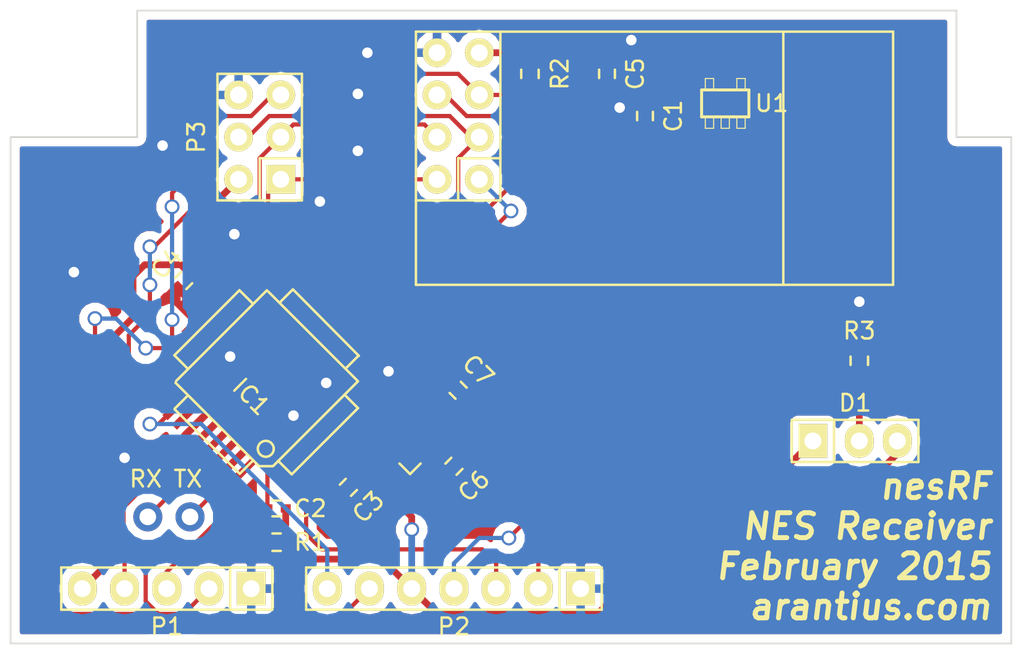
<source format=kicad_pcb>
(kicad_pcb (version 4) (host pcbnew "(2014-10-27 BZR 5228)-product")

  (general
    (links 59)
    (no_connects 0)
    (area 24.765 24.765 86.360001 64.135001)
    (thickness 1.6)
    (drawings 19)
    (tracks 305)
    (zones 0)
    (modules 20)
    (nets 32)
  )

  (page User 152.4 127)
  (layers
    (0 F.Cu signal)
    (31 B.Cu signal)
    (32 B.Adhes user)
    (33 F.Adhes user)
    (34 B.Paste user)
    (35 F.Paste user)
    (36 B.SilkS user)
    (37 F.SilkS user)
    (38 B.Mask user)
    (39 F.Mask user)
    (40 Dwgs.User user)
    (41 Cmts.User user)
    (42 Eco1.User user)
    (43 Eco2.User user)
    (44 Edge.Cuts user)
    (45 Margin user)
    (46 B.CrtYd user)
    (47 F.CrtYd user)
    (48 B.Fab user)
    (49 F.Fab user)
  )

  (setup
    (last_trace_width 0.254)
    (trace_clearance 0.254)
    (zone_clearance 0.508)
    (zone_45_only no)
    (trace_min 0.01)
    (segment_width 0.2)
    (edge_width 0.1)
    (via_size 0.889)
    (via_drill 0.635)
    (via_min_size 0.035)
    (via_min_drill 0.508)
    (uvia_size 0.508)
    (uvia_drill 0.127)
    (uvias_allowed no)
    (uvia_min_size 0.02)
    (uvia_min_drill 0.127)
    (pcb_text_width 0.3)
    (pcb_text_size 1.5 1.5)
    (mod_edge_width 0.15)
    (mod_text_size 1 1)
    (mod_text_width 0.15)
    (pad_size 1.905 1.905)
    (pad_drill 1.016)
    (pad_to_mask_clearance 0)
    (aux_axis_origin 25.4 25.4)
    (visible_elements 7FFFFF7F)
    (pcbplotparams
      (layerselection 0x010fc_80000001)
      (usegerberextensions true)
      (excludeedgelayer true)
      (linewidth 0.100000)
      (plotframeref false)
      (viasonmask false)
      (mode 1)
      (useauxorigin true)
      (hpglpennumber 1)
      (hpglpenspeed 20)
      (hpglpendiameter 15)
      (hpglpenoverlay 2)
      (psnegative false)
      (psa4output false)
      (plotreference true)
      (plotvalue false)
      (plotinvisibletext false)
      (padsonsilk false)
      (subtractmaskfromsilk true)
      (outputformat 1)
      (mirror false)
      (drillshape 0)
      (scaleselection 1)
      (outputdirectory ""))
  )

  (net 0 "")
  (net 1 GND)
  (net 2 +5V)
  (net 3 /~RST)
  (net 4 /2.5v)
  (net 5 /Green)
  (net 6 /LEDCommon)
  (net 7 /Yellow)
  (net 8 /CLK1)
  (net 9 /LATCH2)
  (net 10 /SCK)
  (net 11 "Net-(IC1-Pad19)")
  (net 12 "Net-(IC1-Pad20)")
  (net 13 "Net-(IC1-Pad22)")
  (net 14 /RF_IRQ)
  (net 15 /LATCH1)
  (net 16 /SER_TX)
  (net 17 /SER_RX)
  (net 18 "Net-(IC1-Pad26)")
  (net 19 /CLK2)
  (net 20 /RF_CSN)
  (net 21 /RF_CE)
  (net 22 /MOSI)
  (net 23 /MISO)
  (net 24 "Net-(U1-Pad4)")
  (net 25 "Net-(IC1-Pad2)")
  (net 26 /XTAL1)
  (net 27 /XTAL2)
  (net 28 /D3_2)
  (net 29 /D0_1)
  (net 30 /D4_2)
  (net 31 /D0_2)

  (net_class Default "This is the default net class."
    (clearance 0.254)
    (trace_width 0.254)
    (via_dia 0.889)
    (via_drill 0.635)
    (uvia_dia 0.508)
    (uvia_drill 0.127)
    (add_net /CLK1)
    (add_net /CLK2)
    (add_net /D0_1)
    (add_net /D0_2)
    (add_net /D3_2)
    (add_net /D4_2)
    (add_net /LATCH1)
    (add_net /LATCH2)
    (add_net /MISO)
    (add_net /MOSI)
    (add_net /RF_CE)
    (add_net /RF_CSN)
    (add_net /RF_IRQ)
    (add_net /SCK)
    (add_net /SER_RX)
    (add_net /SER_TX)
    (add_net /XTAL1)
    (add_net /XTAL2)
    (add_net /~RST)
    (add_net "Net-(IC1-Pad19)")
    (add_net "Net-(IC1-Pad2)")
    (add_net "Net-(IC1-Pad20)")
    (add_net "Net-(IC1-Pad22)")
    (add_net "Net-(IC1-Pad26)")
    (add_net "Net-(U1-Pad4)")
  )

  (net_class Power ""
    (clearance 0.254)
    (trace_width 0.4064)
    (via_dia 0.889)
    (via_drill 0.635)
    (uvia_dia 0.508)
    (uvia_drill 0.127)
    (add_net +5V)
    (add_net /2.5v)
    (add_net /Green)
    (add_net /LEDCommon)
    (add_net /Yellow)
    (add_net GND)
  )

  (module Small_1x_Pad (layer F.Cu) (tedit 54E90AA7) (tstamp 54E8C0D7)
    (at 33.528 56.134)
    (path /5495E84E)
    (fp_text reference P5 (at 0 1.651) (layer F.SilkS) hide
      (effects (font (size 1 1) (thickness 0.15)))
    )
    (fp_text value RX (at 0 -2.54) (layer F.SilkS)
      (effects (font (size 1 1) (thickness 0.15)))
    )
    (pad 1 thru_hole circle (at 0.127 -0.254) (size 1.75 1.75) (drill 1) (layers *.Cu *.Mask)
      (net 17 /SER_RX))
  )

  (module Capacitors_SMD:C_0402 (layer F.Cu) (tedit 54E8C964) (tstamp 54E8CFFA)
    (at 63.5635 31.75 270)
    (descr "Capacitor SMD 0402, reflow soldering, AVX (see smccp.pdf)")
    (tags "capacitor 0402")
    (path /54891DF6)
    (attr smd)
    (fp_text reference C1 (at 0 -1.7 270) (layer F.SilkS)
      (effects (font (size 1 1) (thickness 0.15)))
    )
    (fp_text value 0.1u (at 0 1.7 270) (layer F.SilkS) hide
      (effects (font (size 1 1) (thickness 0.15)))
    )
    (fp_line (start -1.15 -0.6) (end 1.15 -0.6) (layer F.CrtYd) (width 0.05))
    (fp_line (start -1.15 0.6) (end 1.15 0.6) (layer F.CrtYd) (width 0.05))
    (fp_line (start -1.15 -0.6) (end -1.15 0.6) (layer F.CrtYd) (width 0.05))
    (fp_line (start 1.15 -0.6) (end 1.15 0.6) (layer F.CrtYd) (width 0.05))
    (fp_line (start 0.25 -0.475) (end -0.25 -0.475) (layer F.SilkS) (width 0.15))
    (fp_line (start -0.25 0.475) (end 0.25 0.475) (layer F.SilkS) (width 0.15))
    (pad 1 smd rect (at -0.55 0 270) (size 0.6 0.5) (layers F.Cu F.Paste F.Mask)
      (net 1 GND))
    (pad 2 smd rect (at 0.55 0 270) (size 0.6 0.5) (layers F.Cu F.Paste F.Mask)
      (net 2 +5V))
    (model Capacitors_SMD/C_0402E.wrl
      (at (xyz 0 0 0))
      (scale (xyz 1 1 1))
      (rotate (xyz 0 0 0))
    )
  )

  (module Capacitors_SMD:C_0402 (layer F.Cu) (tedit 54E8CC3B) (tstamp 54E8C05F)
    (at 41.402 55.372)
    (descr "Capacitor SMD 0402, reflow soldering, AVX (see smccp.pdf)")
    (tags "capacitor 0402")
    (path /548DEAAE)
    (attr smd)
    (fp_text reference C2 (at 2.032 0) (layer F.SilkS)
      (effects (font (size 1 1) (thickness 0.15)))
    )
    (fp_text value 0.1u (at 0 1.7) (layer F.SilkS) hide
      (effects (font (size 1 1) (thickness 0.15)))
    )
    (fp_line (start -1.15 -0.6) (end 1.15 -0.6) (layer F.CrtYd) (width 0.05))
    (fp_line (start -1.15 0.6) (end 1.15 0.6) (layer F.CrtYd) (width 0.05))
    (fp_line (start -1.15 -0.6) (end -1.15 0.6) (layer F.CrtYd) (width 0.05))
    (fp_line (start 1.15 -0.6) (end 1.15 0.6) (layer F.CrtYd) (width 0.05))
    (fp_line (start 0.25 -0.475) (end -0.25 -0.475) (layer F.SilkS) (width 0.15))
    (fp_line (start -0.25 0.475) (end 0.25 0.475) (layer F.SilkS) (width 0.15))
    (pad 1 smd rect (at -0.55 0) (size 0.6 0.5) (layers F.Cu F.Paste F.Mask)
      (net 3 /~RST))
    (pad 2 smd rect (at 0.55 0) (size 0.6 0.5) (layers F.Cu F.Paste F.Mask)
      (net 2 +5V))
    (model Capacitors_SMD/C_0402E.wrl
      (at (xyz 0 0 0))
      (scale (xyz 1 1 1))
      (rotate (xyz 0 0 0))
    )
  )

  (module Capacitors_SMD:C_0402 (layer F.Cu) (tedit 54E8C961) (tstamp 54E8C065)
    (at 45.72 54.102 225)
    (descr "Capacitor SMD 0402, reflow soldering, AVX (see smccp.pdf)")
    (tags "capacitor 0402")
    (path /54890E48)
    (attr smd)
    (fp_text reference C3 (at 0 -1.7 225) (layer F.SilkS)
      (effects (font (size 1 1) (thickness 0.15)))
    )
    (fp_text value 0.1u (at 0 1.7 225) (layer F.SilkS) hide
      (effects (font (size 1 1) (thickness 0.15)))
    )
    (fp_line (start -1.15 -0.6) (end 1.15 -0.6) (layer F.CrtYd) (width 0.05))
    (fp_line (start -1.15 0.6) (end 1.15 0.6) (layer F.CrtYd) (width 0.05))
    (fp_line (start -1.15 -0.6) (end -1.15 0.6) (layer F.CrtYd) (width 0.05))
    (fp_line (start 1.15 -0.6) (end 1.15 0.6) (layer F.CrtYd) (width 0.05))
    (fp_line (start 0.25 -0.475) (end -0.25 -0.475) (layer F.SilkS) (width 0.15))
    (fp_line (start -0.25 0.475) (end 0.25 0.475) (layer F.SilkS) (width 0.15))
    (pad 1 smd rect (at -0.55 0 225) (size 0.6 0.5) (layers F.Cu F.Paste F.Mask)
      (net 2 +5V))
    (pad 2 smd rect (at 0.55 0 225) (size 0.6 0.5) (layers F.Cu F.Paste F.Mask)
      (net 1 GND))
    (model Capacitors_SMD/C_0402E.wrl
      (at (xyz 0 0 0))
      (scale (xyz 1 1 1))
      (rotate (xyz 0 0 0))
    )
  )

  (module Capacitors_SMD:C_0402 (layer F.Cu) (tedit 54E8D1E7) (tstamp 54E8C06B)
    (at 35.814 41.656 225)
    (descr "Capacitor SMD 0402, reflow soldering, AVX (see smccp.pdf)")
    (tags "capacitor 0402")
    (path /548DB3A2)
    (attr smd)
    (fp_text reference C4 (at 0 1.436841 225) (layer F.SilkS)
      (effects (font (size 1 1) (thickness 0.15)))
    )
    (fp_text value 0.1u (at 0 1.7 225) (layer F.SilkS) hide
      (effects (font (size 1 1) (thickness 0.15)))
    )
    (fp_line (start -1.15 -0.6) (end 1.15 -0.6) (layer F.CrtYd) (width 0.05))
    (fp_line (start -1.15 0.6) (end 1.15 0.6) (layer F.CrtYd) (width 0.05))
    (fp_line (start -1.15 -0.6) (end -1.15 0.6) (layer F.CrtYd) (width 0.05))
    (fp_line (start 1.15 -0.6) (end 1.15 0.6) (layer F.CrtYd) (width 0.05))
    (fp_line (start 0.25 -0.475) (end -0.25 -0.475) (layer F.SilkS) (width 0.15))
    (fp_line (start -0.25 0.475) (end 0.25 0.475) (layer F.SilkS) (width 0.15))
    (pad 1 smd rect (at -0.55 0 225) (size 0.6 0.5) (layers F.Cu F.Paste F.Mask)
      (net 2 +5V))
    (pad 2 smd rect (at 0.55 0 225) (size 0.6 0.5) (layers F.Cu F.Paste F.Mask)
      (net 1 GND))
    (model Capacitors_SMD/C_0402E.wrl
      (at (xyz 0 0 0))
      (scale (xyz 1 1 1))
      (rotate (xyz 0 0 0))
    )
  )

  (module Capacitors_SMD:C_0402 (layer F.Cu) (tedit 54E8CD50) (tstamp 54E8CFED)
    (at 61.2775 29.21 270)
    (descr "Capacitor SMD 0402, reflow soldering, AVX (see smccp.pdf)")
    (tags "capacitor 0402")
    (path /548FB6E3)
    (attr smd)
    (fp_text reference C5 (at 0 -1.7 270) (layer F.SilkS)
      (effects (font (size 1 1) (thickness 0.15)))
    )
    (fp_text value 1u (at 0 1.7 270) (layer F.SilkS) hide
      (effects (font (size 1 1) (thickness 0.15)))
    )
    (fp_line (start -1.15 -0.6) (end 1.15 -0.6) (layer F.CrtYd) (width 0.05))
    (fp_line (start -1.15 0.6) (end 1.15 0.6) (layer F.CrtYd) (width 0.05))
    (fp_line (start -1.15 -0.6) (end -1.15 0.6) (layer F.CrtYd) (width 0.05))
    (fp_line (start 1.15 -0.6) (end 1.15 0.6) (layer F.CrtYd) (width 0.05))
    (fp_line (start 0.25 -0.475) (end -0.25 -0.475) (layer F.SilkS) (width 0.15))
    (fp_line (start -0.25 0.475) (end 0.25 0.475) (layer F.SilkS) (width 0.15))
    (pad 1 smd rect (at -0.55 0 270) (size 0.6 0.5) (layers F.Cu F.Paste F.Mask)
      (net 1 GND))
    (pad 2 smd rect (at 0.55 0 270) (size 0.6 0.5) (layers F.Cu F.Paste F.Mask)
      (net 4 /2.5v))
    (model Capacitors_SMD/C_0402E.wrl
      (at (xyz 0 0 0))
      (scale (xyz 1 1 1))
      (rotate (xyz 0 0 0))
    )
  )

  (module Capacitors_SMD:C_0402 (layer F.Cu) (tedit 54E8C733) (tstamp 54E8C077)
    (at 52.07 52.832 225)
    (descr "Capacitor SMD 0402, reflow soldering, AVX (see smccp.pdf)")
    (tags "capacitor 0402")
    (path /54E8C1E0)
    (attr smd)
    (fp_text reference C6 (at 0 -1.7 225) (layer F.SilkS)
      (effects (font (size 1 1) (thickness 0.15)))
    )
    (fp_text value 22p (at 0 1.7 225) (layer F.SilkS) hide
      (effects (font (size 1 1) (thickness 0.15)))
    )
    (fp_line (start -1.15 -0.6) (end 1.15 -0.6) (layer F.CrtYd) (width 0.05))
    (fp_line (start -1.15 0.6) (end 1.15 0.6) (layer F.CrtYd) (width 0.05))
    (fp_line (start -1.15 -0.6) (end -1.15 0.6) (layer F.CrtYd) (width 0.05))
    (fp_line (start 1.15 -0.6) (end 1.15 0.6) (layer F.CrtYd) (width 0.05))
    (fp_line (start 0.25 -0.475) (end -0.25 -0.475) (layer F.SilkS) (width 0.15))
    (fp_line (start -0.25 0.475) (end 0.25 0.475) (layer F.SilkS) (width 0.15))
    (pad 1 smd rect (at -0.55 0 225) (size 0.6 0.5) (layers F.Cu F.Paste F.Mask)
      (net 1 GND))
    (pad 2 smd rect (at 0.55 0 225) (size 0.6 0.5) (layers F.Cu F.Paste F.Mask)
      (net 26 /XTAL1))
    (model Capacitors_SMD/C_0402E.wrl
      (at (xyz 0 0 0))
      (scale (xyz 1 1 1))
      (rotate (xyz 0 0 0))
    )
  )

  (module Capacitors_SMD:C_0402 (layer F.Cu) (tedit 54E8C75D) (tstamp 54E8C07D)
    (at 52.324 48.26 135)
    (descr "Capacitor SMD 0402, reflow soldering, AVX (see smccp.pdf)")
    (tags "capacitor 0402")
    (path /54E8C207)
    (attr smd)
    (fp_text reference C7 (at 0 1.7 135) (layer F.SilkS)
      (effects (font (size 1 1) (thickness 0.15)))
    )
    (fp_text value 22p (at 0 1.7 135) (layer F.SilkS) hide
      (effects (font (size 1 1) (thickness 0.15)))
    )
    (fp_line (start -1.15 -0.6) (end 1.15 -0.6) (layer F.CrtYd) (width 0.05))
    (fp_line (start -1.15 0.6) (end 1.15 0.6) (layer F.CrtYd) (width 0.05))
    (fp_line (start -1.15 -0.6) (end -1.15 0.6) (layer F.CrtYd) (width 0.05))
    (fp_line (start 1.15 -0.6) (end 1.15 0.6) (layer F.CrtYd) (width 0.05))
    (fp_line (start 0.25 -0.475) (end -0.25 -0.475) (layer F.SilkS) (width 0.15))
    (fp_line (start -0.25 0.475) (end 0.25 0.475) (layer F.SilkS) (width 0.15))
    (pad 1 smd rect (at -0.55 0 135) (size 0.6 0.5) (layers F.Cu F.Paste F.Mask)
      (net 1 GND))
    (pad 2 smd rect (at 0.55 0 135) (size 0.6 0.5) (layers F.Cu F.Paste F.Mask)
      (net 27 /XTAL2))
    (model Capacitors_SMD/C_0402E.wrl
      (at (xyz 0 0 0))
      (scale (xyz 1 1 1))
      (rotate (xyz 0 0 0))
    )
  )

  (module Pin_Headers:Pin_Header_Straight_1x03 locked (layer F.Cu) (tedit 54E8C2A6) (tstamp 54E8C318)
    (at 76.2 51.308)
    (descr "Through hole pin header")
    (tags "pin header")
    (path /548A6224)
    (fp_text reference D1 (at 0 -2.286) (layer F.SilkS)
      (effects (font (size 1 1) (thickness 0.15)))
    )
    (fp_text value BI_LED (at 0 0) (layer F.SilkS) hide
      (effects (font (size 1 1) (thickness 0.15)))
    )
    (fp_line (start -1.27 1.27) (end 3.81 1.27) (layer F.SilkS) (width 0.15))
    (fp_line (start 3.81 1.27) (end 3.81 -1.27) (layer F.SilkS) (width 0.15))
    (fp_line (start 3.81 -1.27) (end -1.27 -1.27) (layer F.SilkS) (width 0.15))
    (fp_line (start -3.81 -1.27) (end -1.27 -1.27) (layer F.SilkS) (width 0.15))
    (fp_line (start -1.27 -1.27) (end -1.27 1.27) (layer F.SilkS) (width 0.15))
    (fp_line (start -3.81 -1.27) (end -3.81 1.27) (layer F.SilkS) (width 0.15))
    (fp_line (start -3.81 1.27) (end -1.27 1.27) (layer F.SilkS) (width 0.15))
    (pad 1 thru_hole rect (at -2.54 0) (size 1.7272 2.032) (drill 1.016) (layers *.Cu *.Mask F.SilkS)
      (net 5 /Green))
    (pad 2 thru_hole oval (at 0.254 0) (size 1.7272 2.032) (drill 1.016) (layers *.Cu *.Mask F.SilkS)
      (net 6 /LEDCommon))
    (pad 3 thru_hole oval (at 2.54 0) (size 1.7272 2.032) (drill 1.016) (layers *.Cu *.Mask F.SilkS)
      (net 7 /Yellow))
  )

  (module nesRF:TQFP-32 (layer F.Cu) (tedit 54E8D1CE) (tstamp 54E8C0A8)
    (at 40.767 47.752 135)
    (path /548921E2)
    (fp_text reference IC1 (at 0 -1.27 135) (layer F.SilkS)
      (effects (font (size 1 1) (thickness 0.15)))
    )
    (fp_text value ATMEGA328-A (at 0 1.905 135) (layer F.SilkS) hide
      (effects (font (size 1.27 1.016) (thickness 0.2032)))
    )
    (fp_line (start 5.0292 2.7686) (end 3.8862 2.7686) (layer F.SilkS) (width 0.1524))
    (fp_line (start 5.0292 -2.7686) (end 3.9116 -2.7686) (layer F.SilkS) (width 0.1524))
    (fp_line (start 5.0292 2.7686) (end 5.0292 -2.7686) (layer F.SilkS) (width 0.1524))
    (fp_line (start 2.794 3.9624) (end 2.794 5.0546) (layer F.SilkS) (width 0.1524))
    (fp_line (start -2.8194 3.9878) (end -2.8194 5.0546) (layer F.SilkS) (width 0.1524))
    (fp_line (start -2.8448 5.0546) (end 2.794 5.08) (layer F.SilkS) (width 0.1524))
    (fp_line (start -2.794 -5.0292) (end 2.7178 -5.0546) (layer F.SilkS) (width 0.1524))
    (fp_line (start -3.8862 -3.2766) (end -3.8862 3.9116) (layer F.SilkS) (width 0.1524))
    (fp_line (start 2.7432 -5.0292) (end 2.7432 -3.9878) (layer F.SilkS) (width 0.1524))
    (fp_line (start -3.2512 -3.8862) (end 3.81 -3.8862) (layer F.SilkS) (width 0.1524))
    (fp_line (start 3.8608 3.937) (end 3.8608 -3.7846) (layer F.SilkS) (width 0.1524))
    (fp_line (start -3.8862 3.937) (end 3.7338 3.937) (layer F.SilkS) (width 0.1524))
    (fp_line (start -5.0292 -2.8448) (end -5.0292 2.794) (layer F.SilkS) (width 0.1524))
    (fp_line (start -5.0292 2.794) (end -3.8862 2.794) (layer F.SilkS) (width 0.1524))
    (fp_line (start -3.87604 -3.302) (end -3.29184 -3.8862) (layer F.SilkS) (width 0.1524))
    (fp_line (start -5.02412 -2.8448) (end -3.87604 -2.8448) (layer F.SilkS) (width 0.1524))
    (fp_line (start -2.794 -3.8862) (end -2.794 -5.03428) (layer F.SilkS) (width 0.1524))
    (fp_circle (center -2.83972 -2.86004) (end -2.43332 -2.60604) (layer F.SilkS) (width 0.1524))
    (pad 8 smd rect (at -4.81584 2.77622 135) (size 1.99898 0.44958) (layers F.Cu F.Paste F.Mask)
      (net 27 /XTAL2))
    (pad 7 smd rect (at -4.81584 1.97612 135) (size 1.99898 0.44958) (layers F.Cu F.Paste F.Mask)
      (net 26 /XTAL1))
    (pad 6 smd rect (at -4.81584 1.17602 135) (size 1.99898 0.44958) (layers F.Cu F.Paste F.Mask)
      (net 2 +5V))
    (pad 5 smd rect (at -4.81584 0.37592 135) (size 1.99898 0.44958) (layers F.Cu F.Paste F.Mask)
      (net 1 GND))
    (pad 4 smd rect (at -4.81584 -0.42418 135) (size 1.99898 0.44958) (layers F.Cu F.Paste F.Mask)
      (net 2 +5V))
    (pad 3 smd rect (at -4.81584 -1.22428 135) (size 1.99898 0.44958) (layers F.Cu F.Paste F.Mask)
      (net 1 GND))
    (pad 2 smd rect (at -4.81584 -2.02438 135) (size 1.99898 0.44958) (layers F.Cu F.Paste F.Mask)
      (net 25 "Net-(IC1-Pad2)"))
    (pad 1 smd rect (at -4.81584 -2.82448 135) (size 1.99898 0.44958) (layers F.Cu F.Paste F.Mask)
      (net 9 /LATCH2))
    (pad 24 smd rect (at 4.7498 -2.8194 135) (size 1.99898 0.44958) (layers F.Cu F.Paste F.Mask)
      (net 28 /D3_2))
    (pad 17 smd rect (at 4.7498 2.794 135) (size 1.99898 0.44958) (layers F.Cu F.Paste F.Mask)
      (net 10 /SCK))
    (pad 18 smd rect (at 4.7498 1.9812 135) (size 1.99898 0.44958) (layers F.Cu F.Paste F.Mask)
      (net 2 +5V))
    (pad 19 smd rect (at 4.7498 1.1684 135) (size 1.99898 0.44958) (layers F.Cu F.Paste F.Mask)
      (net 11 "Net-(IC1-Pad19)"))
    (pad 20 smd rect (at 4.7498 0.381 135) (size 1.99898 0.44958) (layers F.Cu F.Paste F.Mask)
      (net 12 "Net-(IC1-Pad20)"))
    (pad 21 smd rect (at 4.7498 -0.4318 135) (size 1.99898 0.44958) (layers F.Cu F.Paste F.Mask)
      (net 1 GND))
    (pad 22 smd rect (at 4.7498 -1.2192 135) (size 1.99898 0.44958) (layers F.Cu F.Paste F.Mask)
      (net 13 "Net-(IC1-Pad22)"))
    (pad 23 smd rect (at 4.7498 -2.032 135) (size 1.99898 0.44958) (layers F.Cu F.Paste F.Mask)
      (net 20 /RF_CSN))
    (pad 32 smd rect (at -2.82448 -4.826 135) (size 0.44958 1.99898) (layers F.Cu F.Paste F.Mask)
      (net 15 /LATCH1))
    (pad 31 smd rect (at -2.02692 -4.826 135) (size 0.44958 1.99898) (layers F.Cu F.Paste F.Mask)
      (net 16 /SER_TX))
    (pad 30 smd rect (at -1.22428 -4.826 135) (size 0.44958 1.99898) (layers F.Cu F.Paste F.Mask)
      (net 17 /SER_RX))
    (pad 29 smd rect (at -0.42672 -4.826 135) (size 0.44958 1.99898) (layers F.Cu F.Paste F.Mask)
      (net 3 /~RST))
    (pad 28 smd rect (at 0.37592 -4.826 135) (size 0.44958 1.99898) (layers F.Cu F.Paste F.Mask)
      (net 8 /CLK1))
    (pad 27 smd rect (at 1.17348 -4.826 135) (size 0.44958 1.99898) (layers F.Cu F.Paste F.Mask)
      (net 29 /D0_1))
    (pad 26 smd rect (at 1.97612 -4.826 135) (size 0.44958 1.99898) (layers F.Cu F.Paste F.Mask)
      (net 18 "Net-(IC1-Pad26)"))
    (pad 25 smd rect (at 2.77368 -4.826 135) (size 0.44958 1.99898) (layers F.Cu F.Paste F.Mask)
      (net 30 /D4_2))
    (pad 9 smd rect (at -2.8194 4.7752 135) (size 0.44958 1.99898) (layers F.Cu F.Paste F.Mask)
      (net 31 /D0_2))
    (pad 10 smd rect (at -2.032 4.7752 135) (size 0.44958 1.99898) (layers F.Cu F.Paste F.Mask)
      (net 19 /CLK2))
    (pad 11 smd rect (at -1.2192 4.7752 135) (size 0.44958 1.99898) (layers F.Cu F.Paste F.Mask)
      (net 7 /Yellow))
    (pad 12 smd rect (at -0.4318 4.7752 135) (size 0.44958 1.99898) (layers F.Cu F.Paste F.Mask)
      (net 5 /Green))
    (pad 13 smd rect (at 0.3556 4.7752 135) (size 0.44958 1.99898) (layers F.Cu F.Paste F.Mask)
      (net 14 /RF_IRQ))
    (pad 14 smd rect (at 1.1684 4.7752 135) (size 0.44958 1.99898) (layers F.Cu F.Paste F.Mask)
      (net 21 /RF_CE))
    (pad 15 smd rect (at 1.9812 4.7752 135) (size 0.44958 1.99898) (layers F.Cu F.Paste F.Mask)
      (net 22 /MOSI))
    (pad 16 smd rect (at 2.794 4.7752 135) (size 0.44958 1.99898) (layers F.Cu F.Paste F.Mask)
      (net 23 /MISO))
    (model smd/tqfp32.wrl
      (at (xyz 0 0 0))
      (scale (xyz 1 1 1))
      (rotate (xyz 0 0 0))
    )
  )

  (module Pin_Headers:Pin_Header_Straight_1x05 (layer F.Cu) (tedit 54E8C028) (tstamp 54E8C0B1)
    (at 34.798 60.198 180)
    (descr "Through hole pin header")
    (tags "pin header")
    (path /54E8B2D5)
    (fp_text reference P1 (at 0 -2.286 180) (layer F.SilkS)
      (effects (font (size 1 1) (thickness 0.15)))
    )
    (fp_text value PORT1 (at 0 0 180) (layer F.SilkS) hide
      (effects (font (size 1 1) (thickness 0.15)))
    )
    (fp_line (start -3.81 -1.27) (end 6.35 -1.27) (layer F.SilkS) (width 0.15))
    (fp_line (start 6.35 -1.27) (end 6.35 1.27) (layer F.SilkS) (width 0.15))
    (fp_line (start 6.35 1.27) (end -3.81 1.27) (layer F.SilkS) (width 0.15))
    (fp_line (start -6.35 -1.27) (end -3.81 -1.27) (layer F.SilkS) (width 0.15))
    (fp_line (start -3.81 -1.27) (end -3.81 1.27) (layer F.SilkS) (width 0.15))
    (fp_line (start -6.35 -1.27) (end -6.35 1.27) (layer F.SilkS) (width 0.15))
    (fp_line (start -6.35 1.27) (end -3.81 1.27) (layer F.SilkS) (width 0.15))
    (pad 1 thru_hole rect (at -5.08 0 180) (size 1.7272 2.032) (drill 1.016) (layers *.Cu *.Mask F.SilkS)
      (net 1 GND))
    (pad 2 thru_hole oval (at -2.54 0 180) (size 1.7272 2.032) (drill 1.016) (layers *.Cu *.Mask F.SilkS)
      (net 8 /CLK1))
    (pad 3 thru_hole oval (at 0 0 180) (size 1.7272 2.032) (drill 1.016) (layers *.Cu *.Mask F.SilkS)
      (net 15 /LATCH1))
    (pad 4 thru_hole oval (at 2.54 0 180) (size 1.7272 2.032) (drill 1.016) (layers *.Cu *.Mask F.SilkS)
      (net 29 /D0_1))
    (pad 5 thru_hole oval (at 5.08 0 180) (size 1.7272 2.032) (drill 1.016) (layers *.Cu *.Mask F.SilkS)
      (net 2 +5V))
    (model Pin_Headers/Pin_Header_Straight_1x05.wrl
      (at (xyz 0 0 0))
      (scale (xyz 1 1 1))
      (rotate (xyz 0 0 0))
    )
  )

  (module Pin_Headers:Pin_Header_Straight_1x07 (layer F.Cu) (tedit 54E8C028) (tstamp 54E8C0BC)
    (at 52.07 60.198 180)
    (descr "Through hole pin header")
    (tags "pin header")
    (path /54E8B39D)
    (fp_text reference P2 (at 0 -2.286 180) (layer F.SilkS)
      (effects (font (size 1 1) (thickness 0.15)))
    )
    (fp_text value PORT2 (at 0 0 180) (layer F.SilkS) hide
      (effects (font (size 1 1) (thickness 0.15)))
    )
    (fp_line (start -6.35 -1.27) (end 8.89 -1.27) (layer F.SilkS) (width 0.15))
    (fp_line (start 8.89 -1.27) (end 8.89 1.27) (layer F.SilkS) (width 0.15))
    (fp_line (start 8.89 1.27) (end -6.35 1.27) (layer F.SilkS) (width 0.15))
    (fp_line (start -8.89 -1.27) (end -6.35 -1.27) (layer F.SilkS) (width 0.15))
    (fp_line (start -6.35 -1.27) (end -6.35 1.27) (layer F.SilkS) (width 0.15))
    (fp_line (start -8.89 -1.27) (end -8.89 1.27) (layer F.SilkS) (width 0.15))
    (fp_line (start -8.89 1.27) (end -6.35 1.27) (layer F.SilkS) (width 0.15))
    (pad 1 thru_hole rect (at -7.62 0 180) (size 1.7272 2.032) (drill 1.016) (layers *.Cu *.Mask F.SilkS)
      (net 1 GND))
    (pad 2 thru_hole oval (at -5.08 0 180) (size 1.7272 2.032) (drill 1.016) (layers *.Cu *.Mask F.SilkS)
      (net 19 /CLK2))
    (pad 3 thru_hole oval (at -2.54 0 180) (size 1.7272 2.032) (drill 1.016) (layers *.Cu *.Mask F.SilkS)
      (net 9 /LATCH2))
    (pad 4 thru_hole oval (at 0 0 180) (size 1.7272 2.032) (drill 1.016) (layers *.Cu *.Mask F.SilkS)
      (net 31 /D0_2))
    (pad 5 thru_hole oval (at 2.54 0 180) (size 1.7272 2.032) (drill 1.016) (layers *.Cu *.Mask F.SilkS)
      (net 2 +5V))
    (pad 6 thru_hole oval (at 5.08 0 180) (size 1.7272 2.032) (drill 1.016) (layers *.Cu *.Mask F.SilkS)
      (net 28 /D3_2))
    (pad 7 thru_hole oval (at 7.62 0 180) (size 1.7272 2.032) (drill 1.016) (layers *.Cu *.Mask F.SilkS)
      (net 30 /D4_2))
    (model Pin_Headers/Pin_Header_Straight_1x07.wrl
      (at (xyz 0 0 0))
      (scale (xyz 1 1 1))
      (rotate (xyz 0 0 0))
    )
  )

  (module Pin_Headers:Pin_Header_Straight_2x03 (layer F.Cu) (tedit 54E8C028) (tstamp 54E8C0C6)
    (at 40.386 33.02 90)
    (descr "Through hole pin header")
    (tags "pin header")
    (path /5489134F)
    (fp_text reference P3 (at 0 -3.81 90) (layer F.SilkS)
      (effects (font (size 1 1) (thickness 0.15)))
    )
    (fp_text value ISP (at 0 0 90) (layer F.SilkS) hide
      (effects (font (size 1 1) (thickness 0.15)))
    )
    (fp_line (start -3.81 0) (end -1.27 0) (layer F.SilkS) (width 0.15))
    (fp_line (start -1.27 0) (end -1.27 2.54) (layer F.SilkS) (width 0.15))
    (fp_line (start -3.81 2.54) (end 3.81 2.54) (layer F.SilkS) (width 0.15))
    (fp_line (start 3.81 2.54) (end 3.81 -2.54) (layer F.SilkS) (width 0.15))
    (fp_line (start 3.81 -2.54) (end -1.27 -2.54) (layer F.SilkS) (width 0.15))
    (fp_line (start -3.81 2.54) (end -3.81 0) (layer F.SilkS) (width 0.15))
    (fp_line (start -3.81 -2.54) (end -3.81 0) (layer F.SilkS) (width 0.15))
    (fp_line (start -1.27 -2.54) (end -3.81 -2.54) (layer F.SilkS) (width 0.15))
    (pad 1 thru_hole rect (at -2.54 1.27 90) (size 1.7272 1.7272) (drill 1.016) (layers *.Cu *.Mask F.SilkS)
      (net 23 /MISO))
    (pad 2 thru_hole oval (at -2.54 -1.27 90) (size 1.7272 1.7272) (drill 1.016) (layers *.Cu *.Mask F.SilkS)
      (net 2 +5V))
    (pad 3 thru_hole oval (at 0 1.27 90) (size 1.7272 1.7272) (drill 1.016) (layers *.Cu *.Mask F.SilkS)
      (net 10 /SCK))
    (pad 4 thru_hole oval (at 0 -1.27 90) (size 1.7272 1.7272) (drill 1.016) (layers *.Cu *.Mask F.SilkS)
      (net 22 /MOSI))
    (pad 5 thru_hole oval (at 2.54 1.27 90) (size 1.7272 1.7272) (drill 1.016) (layers *.Cu *.Mask F.SilkS)
      (net 3 /~RST))
    (pad 6 thru_hole oval (at 2.54 -1.27 90) (size 1.7272 1.7272) (drill 1.016) (layers *.Cu *.Mask F.SilkS)
      (net 1 GND))
    (model Pin_Headers/Pin_Header_Straight_2x03.wrl
      (at (xyz 0 0 0))
      (scale (xyz 1 1 1))
      (rotate (xyz 0 0 0))
    )
  )

  (module Resistors_SMD:R_0402 (layer F.Cu) (tedit 54E8CC28) (tstamp 54E8C0E2)
    (at 41.402 57.404)
    (descr "Resistor SMD 0402, reflow soldering, Vishay (see dcrcw.pdf)")
    (tags "resistor 0402")
    (path /54891382)
    (attr smd)
    (fp_text reference R1 (at 2.032 0) (layer F.SilkS)
      (effects (font (size 1 1) (thickness 0.15)))
    )
    (fp_text value 10k (at 0 1.8) (layer F.SilkS) hide
      (effects (font (size 1 1) (thickness 0.15)))
    )
    (fp_line (start -0.95 -0.65) (end 0.95 -0.65) (layer F.CrtYd) (width 0.05))
    (fp_line (start -0.95 0.65) (end 0.95 0.65) (layer F.CrtYd) (width 0.05))
    (fp_line (start -0.95 -0.65) (end -0.95 0.65) (layer F.CrtYd) (width 0.05))
    (fp_line (start 0.95 -0.65) (end 0.95 0.65) (layer F.CrtYd) (width 0.05))
    (fp_line (start 0.25 -0.525) (end -0.25 -0.525) (layer F.SilkS) (width 0.15))
    (fp_line (start -0.25 0.525) (end 0.25 0.525) (layer F.SilkS) (width 0.15))
    (pad 1 smd rect (at -0.45 0) (size 0.4 0.6) (layers F.Cu F.Paste F.Mask)
      (net 3 /~RST))
    (pad 2 smd rect (at 0.45 0) (size 0.4 0.6) (layers F.Cu F.Paste F.Mask)
      (net 2 +5V))
    (model Resistors_SMD/R_0402.wrl
      (at (xyz 0 0 0))
      (scale (xyz 1 1 1))
      (rotate (xyz 0 0 0))
    )
  )

  (module Resistors_SMD:R_0402 (layer F.Cu) (tedit 54E8C96C) (tstamp 54E8C0E8)
    (at 56.642 29.21 270)
    (descr "Resistor SMD 0402, reflow soldering, Vishay (see dcrcw.pdf)")
    (tags "resistor 0402")
    (path /54891606)
    (attr smd)
    (fp_text reference R2 (at 0 -1.8 270) (layer F.SilkS)
      (effects (font (size 1 1) (thickness 0.15)))
    )
    (fp_text value 10k (at 0 1.8 270) (layer F.SilkS) hide
      (effects (font (size 1 1) (thickness 0.15)))
    )
    (fp_line (start -0.95 -0.65) (end 0.95 -0.65) (layer F.CrtYd) (width 0.05))
    (fp_line (start -0.95 0.65) (end 0.95 0.65) (layer F.CrtYd) (width 0.05))
    (fp_line (start -0.95 -0.65) (end -0.95 0.65) (layer F.CrtYd) (width 0.05))
    (fp_line (start 0.95 -0.65) (end 0.95 0.65) (layer F.CrtYd) (width 0.05))
    (fp_line (start 0.25 -0.525) (end -0.25 -0.525) (layer F.SilkS) (width 0.15))
    (fp_line (start -0.25 0.525) (end 0.25 0.525) (layer F.SilkS) (width 0.15))
    (pad 1 smd rect (at -0.45 0 270) (size 0.4 0.6) (layers F.Cu F.Paste F.Mask)
      (net 4 /2.5v))
    (pad 2 smd rect (at 0.45 0 270) (size 0.4 0.6) (layers F.Cu F.Paste F.Mask)
      (net 20 /RF_CSN))
    (model Resistors_SMD/R_0402.wrl
      (at (xyz 0 0 0))
      (scale (xyz 1 1 1))
      (rotate (xyz 0 0 0))
    )
  )

  (module Resistors_SMD:R_0402 (layer F.Cu) (tedit 54E8D7CF) (tstamp 54E8D555)
    (at 76.454 46.482 90)
    (descr "Resistor SMD 0402, reflow soldering, Vishay (see dcrcw.pdf)")
    (tags "resistor 0402")
    (path /548A749B)
    (attr smd)
    (fp_text reference R3 (at 1.8 0 180) (layer F.SilkS)
      (effects (font (size 1 1) (thickness 0.15)))
    )
    (fp_text value 180 (at 0 1.8 90) (layer F.SilkS) hide
      (effects (font (size 1 1) (thickness 0.15)))
    )
    (fp_line (start -0.95 -0.65) (end 0.95 -0.65) (layer F.CrtYd) (width 0.05))
    (fp_line (start -0.95 0.65) (end 0.95 0.65) (layer F.CrtYd) (width 0.05))
    (fp_line (start -0.95 -0.65) (end -0.95 0.65) (layer F.CrtYd) (width 0.05))
    (fp_line (start 0.95 -0.65) (end 0.95 0.65) (layer F.CrtYd) (width 0.05))
    (fp_line (start 0.25 -0.525) (end -0.25 -0.525) (layer F.SilkS) (width 0.15))
    (fp_line (start -0.25 0.525) (end 0.25 0.525) (layer F.SilkS) (width 0.15))
    (pad 1 smd rect (at -0.45 0 90) (size 0.4 0.6) (layers F.Cu F.Paste F.Mask)
      (net 6 /LEDCommon))
    (pad 2 smd rect (at 0.45 0 90) (size 0.4 0.6) (layers F.Cu F.Paste F.Mask)
      (net 1 GND))
    (model Resistors_SMD/R_0402.wrl
      (at (xyz 0 0 0))
      (scale (xyz 1 1 1))
      (rotate (xyz 0 0 0))
    )
  )

  (module nesRF:SOT23-5 (layer F.Cu) (tedit 54E8D1D6) (tstamp 54E8CFE0)
    (at 68.3895 30.988)
    (descr "SMALL OUTLINE TRANSISTOR")
    (tags "SMALL OUTLINE TRANSISTOR")
    (path /548916E3)
    (attr smd)
    (fp_text reference U1 (at 2.794 0) (layer F.SilkS)
      (effects (font (size 1 1) (thickness 0.15)))
    )
    (fp_text value TCR2EF (at 1.905 2.54) (layer F.SilkS) hide
      (effects (font (size 1.27 1.27) (thickness 0.0889)))
    )
    (fp_line (start -1.19888 1.4986) (end -0.6985 1.4986) (layer F.SilkS) (width 0.06604))
    (fp_line (start -0.6985 1.4986) (end -0.6985 0.84836) (layer F.SilkS) (width 0.06604))
    (fp_line (start -1.19888 0.84836) (end -0.6985 0.84836) (layer F.SilkS) (width 0.06604))
    (fp_line (start -1.19888 1.4986) (end -1.19888 0.84836) (layer F.SilkS) (width 0.06604))
    (fp_line (start -0.24892 1.4986) (end 0.24892 1.4986) (layer F.SilkS) (width 0.06604))
    (fp_line (start 0.24892 1.4986) (end 0.24892 0.84836) (layer F.SilkS) (width 0.06604))
    (fp_line (start -0.24892 0.84836) (end 0.24892 0.84836) (layer F.SilkS) (width 0.06604))
    (fp_line (start -0.24892 1.4986) (end -0.24892 0.84836) (layer F.SilkS) (width 0.06604))
    (fp_line (start 0.6985 1.4986) (end 1.19888 1.4986) (layer F.SilkS) (width 0.06604))
    (fp_line (start 1.19888 1.4986) (end 1.19888 0.84836) (layer F.SilkS) (width 0.06604))
    (fp_line (start 0.6985 0.84836) (end 1.19888 0.84836) (layer F.SilkS) (width 0.06604))
    (fp_line (start 0.6985 1.4986) (end 0.6985 0.84836) (layer F.SilkS) (width 0.06604))
    (fp_line (start 0.6985 -0.84836) (end 1.19888 -0.84836) (layer F.SilkS) (width 0.06604))
    (fp_line (start 1.19888 -0.84836) (end 1.19888 -1.4986) (layer F.SilkS) (width 0.06604))
    (fp_line (start 0.6985 -1.4986) (end 1.19888 -1.4986) (layer F.SilkS) (width 0.06604))
    (fp_line (start 0.6985 -0.84836) (end 0.6985 -1.4986) (layer F.SilkS) (width 0.06604))
    (fp_line (start -1.19888 -0.84836) (end -0.6985 -0.84836) (layer F.SilkS) (width 0.06604))
    (fp_line (start -0.6985 -0.84836) (end -0.6985 -1.4986) (layer F.SilkS) (width 0.06604))
    (fp_line (start -1.19888 -1.4986) (end -0.6985 -1.4986) (layer F.SilkS) (width 0.06604))
    (fp_line (start -1.19888 -0.84836) (end -1.19888 -1.4986) (layer F.SilkS) (width 0.06604))
    (fp_line (start 1.4224 -0.81026) (end 1.4224 0.81026) (layer F.SilkS) (width 0.1778))
    (fp_line (start 1.4224 0.81026) (end -1.4224 0.81026) (layer F.SilkS) (width 0.1778))
    (fp_line (start -1.4224 0.81026) (end -1.4224 -0.81026) (layer F.SilkS) (width 0.1778))
    (fp_line (start -1.4224 -0.81026) (end 1.4224 -0.81026) (layer F.SilkS) (width 0.1778))
    (fp_line (start -0.5207 -0.81026) (end 0.5207 -0.81026) (layer F.SilkS) (width 0.1778))
    (fp_line (start -0.42672 0.81026) (end -0.5207 0.81026) (layer F.SilkS) (width 0.1778))
    (fp_line (start 0.5207 0.81026) (end 0.42672 0.81026) (layer F.SilkS) (width 0.1778))
    (fp_line (start -1.32588 0.81026) (end -1.4224 0.81026) (layer F.SilkS) (width 0.1778))
    (fp_line (start 1.4224 0.81026) (end 1.32588 0.81026) (layer F.SilkS) (width 0.1778))
    (fp_line (start 1.32588 -0.81026) (end 1.4224 -0.81026) (layer F.SilkS) (width 0.1778))
    (fp_line (start -1.4224 -0.81026) (end -1.32588 -0.81026) (layer F.SilkS) (width 0.1778))
    (pad 1 smd rect (at -0.94996 1.29794) (size 0.54864 1.19888) (layers F.Cu F.Paste F.Mask)
      (net 2 +5V))
    (pad 2 smd rect (at 0 1.29794) (size 0.54864 1.19888) (layers F.Cu F.Paste F.Mask)
      (net 1 GND))
    (pad 3 smd rect (at 0.94996 1.29794) (size 0.54864 1.19888) (layers F.Cu F.Paste F.Mask)
      (net 2 +5V))
    (pad 4 smd rect (at 0.94996 -1.29794) (size 0.54864 1.19888) (layers F.Cu F.Paste F.Mask)
      (net 24 "Net-(U1-Pad4)"))
    (pad 5 smd rect (at -0.94996 -1.29794) (size 0.54864 1.19888) (layers F.Cu F.Paste F.Mask)
      (net 4 /2.5v))
    (model smd/SOT23_5.wrl
      (at (xyz 0 0 0))
      (scale (xyz 0.1 0.1 0.1))
      (rotate (xyz 0 0 0))
    )
  )

  (module nesRF:TSX-3225 (layer F.Cu) (tedit 54A9BDE3) (tstamp 54E8C0FF)
    (at 49.784 50.546 45)
    (path /54E8C18F)
    (fp_text reference X1 (at 0 2.8 45) (layer F.SilkS) hide
      (effects (font (size 1.5 1.5) (thickness 0.15)))
    )
    (fp_text value CRYSTAL (at 0 -2.5 45) (layer F.SilkS) hide
      (effects (font (size 1.5 1.5) (thickness 0.15)))
    )
    (fp_line (start -1.3 1.7) (end -2.2 1.7) (layer F.SilkS) (width 0.15))
    (fp_line (start -2.2 0.8) (end -2.2 1.7) (layer F.SilkS) (width 0.15))
    (pad "" smd rect (at 1.1 0.8 45) (size 1.4 1.1) (layers F.Cu F.Paste F.Mask))
    (pad 2 smd rect (at 1.1 -0.8 45) (size 1.4 1.1) (layers F.Cu F.Paste F.Mask)
      (net 27 /XTAL2))
    (pad "" smd rect (at -1.1 -0.8 45) (size 1.4 1.1) (layers F.Cu F.Paste F.Mask))
    (pad 1 smd rect (at -1.1 0.8 45) (size 1.4 1.1) (layers F.Cu F.Paste F.Mask)
      (net 26 /XTAL1))
    (model smd/smd_crystal&oscillator/crystal_4pins_smd.wrl
      (at (xyz 0 0 0))
      (scale (xyz 0.225 0.225 0.225))
      (rotate (xyz 0 0 0))
    )
  )

  (module nesRF:nRF_Header_2x04 (layer F.Cu) (tedit 54C7FF71) (tstamp 54E8CAB1)
    (at 52.324 31.75 90)
    (descr "Through hole pin header")
    (tags "pin header")
    (path /54890EED)
    (fp_text reference P4 (at -2.032 3.81 90) (layer F.SilkS) hide
      (effects (font (size 1 1) (thickness 0.15)))
    )
    (fp_text value nRF (at 3.302 -3.429 90) (layer F.SilkS) hide
      (effects (font (size 1 1) (thickness 0.15)))
    )
    (fp_line (start 5.08 19.558) (end -10.16 19.558) (layer F.SilkS) (width 0.15))
    (fp_line (start -10.16 -2.54) (end -10.16 26.162) (layer F.SilkS) (width 0.15))
    (fp_line (start -10.16 26.162) (end 5.08 26.162) (layer F.SilkS) (width 0.15))
    (fp_line (start 5.08 26.162) (end 5.08 2.54) (layer F.SilkS) (width 0.15))
    (fp_line (start -5.08 -2.54) (end -10.16 -2.54) (layer F.SilkS) (width 0.15))
    (fp_line (start -2.54 2.54) (end 5.08 2.54) (layer F.SilkS) (width 0.15))
    (fp_line (start 5.08 2.54) (end 5.08 -2.54) (layer F.SilkS) (width 0.15))
    (fp_line (start 5.08 -2.54) (end -5.08 -2.54) (layer F.SilkS) (width 0.15))
    (fp_line (start -5.08 -2.54) (end -5.08 0) (layer F.SilkS) (width 0.15))
    (fp_line (start -5.08 2.54) (end -2.54 2.54) (layer F.SilkS) (width 0.15))
    (fp_line (start -5.08 0) (end -2.54 0) (layer F.SilkS) (width 0.15))
    (fp_line (start -2.54 0) (end -2.54 2.54) (layer F.SilkS) (width 0.15))
    (fp_line (start -5.08 2.54) (end -5.08 0) (layer F.SilkS) (width 0.15))
    (pad 1 thru_hole circle (at -3.81 1.27 90) (size 1.7272 1.7272) (drill 1.016) (layers *.Cu *.Mask F.SilkS)
      (net 14 /RF_IRQ))
    (pad 2 thru_hole oval (at -3.81 -1.27 90) (size 1.7272 1.7272) (drill 1.016) (layers *.Cu *.Mask F.SilkS)
      (net 23 /MISO))
    (pad 3 thru_hole oval (at -1.27 1.27 90) (size 1.7272 1.7272) (drill 1.016) (layers *.Cu *.Mask F.SilkS)
      (net 22 /MOSI))
    (pad 4 thru_hole oval (at -1.27 -1.27 90) (size 1.7272 1.7272) (drill 1.016) (layers *.Cu *.Mask F.SilkS)
      (net 10 /SCK))
    (pad 5 thru_hole oval (at 1.27 1.27 90) (size 1.7272 1.7272) (drill 1.016) (layers *.Cu *.Mask F.SilkS)
      (net 20 /RF_CSN))
    (pad 6 thru_hole oval (at 1.27 -1.27 90) (size 1.7272 1.7272) (drill 1.016) (layers *.Cu *.Mask F.SilkS)
      (net 21 /RF_CE))
    (pad 7 thru_hole oval (at 3.81 1.27 90) (size 1.7272 1.7272) (drill 1.016) (layers *.Cu *.Mask F.SilkS)
      (net 4 /2.5v))
    (pad 8 thru_hole oval (at 3.81 -1.27 90) (size 1.7272 1.7272) (drill 1.016) (layers *.Cu *.Mask F.SilkS)
      (net 1 GND))
    (model Pin_Headers/Pin_Header_Straight_2x04.wrl
      (at (xyz 0 0 0))
      (scale (xyz 1 1 1))
      (rotate (xyz 0 0 0))
    )
  )

  (module nesRF:Small_1x_Pad (layer F.Cu) (tedit 54E90AA4) (tstamp 54E8C0DC)
    (at 36.068 56.134)
    (path /5495E867)
    (fp_text reference P6 (at 0 1.651) (layer F.SilkS) hide
      (effects (font (size 1 1) (thickness 0.15)))
    )
    (fp_text value TX (at 0 -2.54) (layer F.SilkS)
      (effects (font (size 1 1) (thickness 0.15)))
    )
    (pad 1 thru_hole circle (at 0.127 -0.254) (size 1.75 1.75) (drill 1) (layers *.Cu *.Mask)
      (net 16 /SER_TX))
  )

  (gr_line (start 30.226 37.084) (end 30.226 33.02) (angle 90) (layer Cmts.User) (width 0.2))
  (gr_line (start 25.4 37.084) (end 30.226 37.084) (angle 90) (layer Cmts.User) (width 0.2))
  (gr_line (start 83.312 38.1) (end 85.598 38.1) (angle 90) (layer Cmts.User) (width 0.2))
  (gr_line (start 83.312 33.02) (end 83.312 38.1) (angle 90) (layer Cmts.User) (width 0.2))
  (gr_line (start 65.786 58.42) (end 65.786 63.5) (angle 90) (layer Cmts.User) (width 0.2))
  (gr_line (start 61.976 58.42) (end 65.786 58.42) (angle 90) (layer Cmts.User) (width 0.2))
  (gr_line (start 61.976 63.5) (end 61.976 58.42) (angle 90) (layer Cmts.User) (width 0.2))
  (gr_line (start 27.432 61.468) (end 25.4 61.468) (angle 90) (layer Cmts.User) (width 0.2))
  (gr_line (start 27.432 63.5) (end 27.432 61.468) (angle 90) (layer Cmts.User) (width 0.2))
  (gr_line (start 27.432 61.468) (end 27.432 63.5) (angle 90) (layer Cmts.User) (width 0.2))
  (gr_text "nesRF\nNES Receiver\nFebruary 2015\narantius.com" (at 84.582 57.658) (layer F.SilkS)
    (effects (font (size 1.5 1.5) (thickness 0.3) italic) (justify right))
  )
  (gr_line (start 82.296 25.4) (end 33.02 25.4) (angle 90) (layer Edge.Cuts) (width 0.1))
  (gr_line (start 82.296 33.02) (end 82.296 25.4) (angle 90) (layer Edge.Cuts) (width 0.1))
  (gr_line (start 85.598 33.02) (end 82.296 33.02) (angle 90) (layer Edge.Cuts) (width 0.1))
  (gr_line (start 85.598 63.5) (end 85.598 33.02) (angle 90) (layer Edge.Cuts) (width 0.1))
  (gr_line (start 25.4 63.5) (end 85.598 63.5) (angle 90) (layer Edge.Cuts) (width 0.1))
  (gr_line (start 25.4 63.5) (end 25.4 33.02) (angle 90) (layer Edge.Cuts) (width 0.1))
  (gr_line (start 33.02 33.02) (end 25.4 33.02) (angle 90) (layer Edge.Cuts) (width 0.1))
  (gr_line (start 33.02 25.4) (end 33.02 33.02) (angle 90) (layer Edge.Cuts) (width 0.1))

  (via (at 29.21 41.148) (size 0.889) (layers F.Cu B.Cu) (net 1))
  (segment (start 29.21 41.148) (end 29.21 38.862) (width 0.4064) (layer B.Cu) (net 1) (tstamp 54E905E1))
  (segment (start 37.592 30.48) (end 39.116 30.48) (width 0.4064) (layer B.Cu) (net 1))
  (via (at 34.544 33.528) (size 0.889) (layers F.Cu B.Cu) (net 1))
  (segment (start 37.592 30.48) (end 34.544 33.528) (width 0.4064) (layer B.Cu) (net 1) (tstamp 54E905D7))
  (segment (start 34.544 33.528) (end 29.21 38.862) (width 0.4064) (layer B.Cu) (net 1))
  (segment (start 39.878 60.198) (end 39.878 56.642) (width 0.4064) (layer B.Cu) (net 1))
  (via (at 32.258 52.324) (size 0.889) (layers F.Cu B.Cu) (net 1))
  (segment (start 35.56 52.324) (end 32.258 52.324) (width 0.4064) (layer B.Cu) (net 1) (tstamp 54E905B2))
  (segment (start 39.878 56.642) (end 35.56 52.324) (width 0.4064) (layer B.Cu) (net 1) (tstamp 54E905AE))
  (segment (start 52.712909 48.648909) (end 53.34 49.276) (width 0.4064) (layer F.Cu) (net 1))
  (segment (start 53.34 51.562) (end 53.34 50.546) (width 0.4064) (layer F.Cu) (net 1) (tstamp 54E8D79B))
  (segment (start 53.34 51.562) (end 52.458909 52.443091) (width 0.4064) (layer F.Cu) (net 1))
  (segment (start 53.34 49.276) (end 53.34 50.546) (width 0.4064) (layer F.Cu) (net 1) (tstamp 54E8D7A1))
  (segment (start 37.103056 44.698713) (end 38.608 46.203657) (width 0.254) (layer F.Cu) (net 1))
  (via (at 38.608 46.228) (size 0.889) (layers F.Cu B.Cu) (net 1))
  (segment (start 38.608 46.203657) (end 38.608 46.228) (width 0.254) (layer F.Cu) (net 1) (tstamp 54E8C4BE))
  (segment (start 43.306616 52.02301) (end 42.418 51.134394) (width 0.254) (layer F.Cu) (net 1))
  (segment (start 43.584631 50.038) (end 43.18 50.038) (width 0.254) (layer F.Cu) (net 1) (tstamp 54E8C490))
  (segment (start 43.18 50.038) (end 42.926 50.292) (width 0.254) (layer F.Cu) (net 1) (tstamp 54E8C493))
  (segment (start 43.584631 50.038) (end 44.438129 50.891498) (width 0.254) (layer F.Cu) (net 1))
  (segment (start 42.418 50.8) (end 42.926 50.292) (width 0.254) (layer F.Cu) (net 1) (tstamp 54E8C49C))
  (segment (start 42.418 51.134394) (end 42.418 50.8) (width 0.254) (layer F.Cu) (net 1) (tstamp 54E8C499))
  (segment (start 44.45 53.166394) (end 44.45 53.609818) (width 0.4064) (layer F.Cu) (net 1) (tstamp 54E8CC8D))
  (segment (start 44.45 53.609818) (end 45.331091 54.490909) (width 0.4064) (layer F.Cu) (net 1) (tstamp 54E8CC8E))
  (segment (start 43.306616 52.02301) (end 44.45 53.166394) (width 0.4064) (layer F.Cu) (net 1))
  (segment (start 35.425091 43.020748) (end 35.425091 42.044909) (width 0.4064) (layer F.Cu) (net 1) (tstamp 54E8CCCB))
  (segment (start 37.103056 44.698713) (end 35.425091 43.020748) (width 0.4064) (layer F.Cu) (net 1))
  (segment (start 68.3895 31.496) (end 68.0935 31.2) (width 0.4064) (layer F.Cu) (net 1) (tstamp 54E8CE4E))
  (segment (start 68.3895 32.28594) (end 68.3895 31.496) (width 0.4064) (layer F.Cu) (net 1))
  (segment (start 68.0935 31.2) (end 63.5635 31.2) (width 0.4064) (layer F.Cu) (net 1) (tstamp 54E8CE4F) (status 20))
  (segment (start 62.0815 31.2) (end 62.0395 31.242) (width 0.4064) (layer F.Cu) (net 1) (tstamp 54E8D137))
  (via (at 62.0395 31.242) (size 0.889) (layers F.Cu B.Cu) (net 1))
  (segment (start 63.5635 31.2) (end 62.0815 31.2) (width 0.4064) (layer F.Cu) (net 1))
  (via (at 44.3865 47.8155) (size 0.889) (layers F.Cu B.Cu) (net 1))
  (segment (start 44.3865 47.8155) (end 47.4345 47.8155) (width 0.4064) (layer F.Cu) (net 1) (tstamp 54E8D359))
  (segment (start 47.4345 47.8155) (end 48.133 47.117) (width 0.4064) (layer F.Cu) (net 1) (tstamp 54E8D35A))
  (via (at 48.133 47.117) (size 0.889) (layers F.Cu B.Cu) (net 1))
  (via (at 42.418 49.784) (size 0.889) (layers F.Cu B.Cu) (net 1))
  (segment (start 42.926 50.292) (end 42.418 49.784) (width 0.254) (layer F.Cu) (net 1))
  (segment (start 42.418 49.784) (end 44.3865 47.8155) (width 0.4064) (layer B.Cu) (net 1))
  (segment (start 42.037 38.862) (end 38.862 38.862) (width 0.4064) (layer B.Cu) (net 1) (tstamp 54E8D3A7))
  (via (at 38.862 38.862) (size 0.889) (layers F.Cu B.Cu) (net 1))
  (segment (start 46.2915 33.8455) (end 44.0055 36.1315) (width 0.4064) (layer B.Cu) (net 1))
  (via (at 46.2915 33.8455) (size 0.889) (layers F.Cu B.Cu) (net 1))
  (segment (start 46.863 27.94) (end 46.2915 28.5115) (width 0.4064) (layer B.Cu) (net 1))
  (via (at 46.863 27.94) (size 0.889) (layers F.Cu B.Cu) (net 1))
  (segment (start 51.054 27.94) (end 46.863 27.94) (width 0.4064) (layer B.Cu) (net 1))
  (via (at 46.2915 30.4165) (size 0.889) (layers F.Cu B.Cu) (net 1))
  (segment (start 46.2915 28.5115) (end 46.2915 30.4165) (width 0.4064) (layer B.Cu) (net 1) (tstamp 54E8D38F))
  (segment (start 46.2915 33.8455) (end 46.2915 30.4165) (width 0.4064) (layer B.Cu) (net 1))
  (via (at 44.0055 36.8935) (size 0.889) (layers F.Cu B.Cu) (net 1))
  (segment (start 44.0055 36.1315) (end 44.0055 36.8935) (width 0.4064) (layer B.Cu) (net 1) (tstamp 54E8D3A1))
  (segment (start 44.0055 36.8935) (end 42.037 38.862) (width 0.4064) (layer B.Cu) (net 1))
  (via (at 76.454 42.926) (size 0.889) (layers F.Cu B.Cu) (net 1))
  (segment (start 76.454 46.032) (end 76.454 42.926) (width 0.4064) (layer F.Cu) (net 1))
  (segment (start 62.738 27.1995) (end 62.738 27.178) (width 0.4064) (layer F.Cu) (net 1) (tstamp 54E90212))
  (via (at 62.738 27.178) (size 0.889) (layers F.Cu B.Cu) (net 1))
  (segment (start 61.2775 28.66) (end 62.738 27.1995) (width 0.4064) (layer F.Cu) (net 1))
  (segment (start 35.1155 40.7035) (end 33.4645 40.7035) (width 0.4064) (layer F.Cu) (net 2))
  (segment (start 31.102296 58.813704) (end 31.102296 54.495704) (width 0.4064) (layer F.Cu) (net 2) (tstamp 54E900C9))
  (segment (start 29.718 60.198) (end 31.102296 58.813704) (width 0.4064) (layer F.Cu) (net 2))
  (segment (start 35.639318 40.7035) (end 36.202909 41.267091) (width 0.4064) (layer F.Cu) (net 2))
  (segment (start 35.639318 40.7035) (end 35.1155 40.7035) (width 0.4064) (layer F.Cu) (net 2) (tstamp 54E8D1D4))
  (segment (start 31.102296 45.541518) (end 31.102296 54.495704) (width 0.4064) (layer F.Cu) (net 2) (tstamp 54E90552))
  (segment (start 32.766 43.877814) (end 31.102296 45.541518) (width 0.4064) (layer F.Cu) (net 2) (tstamp 54E90551))
  (segment (start 32.766 41.402) (end 32.766 43.877814) (width 0.4064) (layer F.Cu) (net 2) (tstamp 54E9054F))
  (segment (start 33.4645 40.7035) (end 32.766 41.402) (width 0.4064) (layer F.Cu) (net 2) (tstamp 54E9054D))
  (segment (start 43.872373 51.457254) (end 44.993119 52.578) (width 0.4064) (layer F.Cu) (net 2))
  (segment (start 45.974 51.295856) (end 45.974 52.07) (width 0.4064) (layer F.Cu) (net 2) (tstamp 54E8C6CE))
  (segment (start 45.974 51.295856) (end 45.003885 50.325741) (width 0.4064) (layer F.Cu) (net 2))
  (segment (start 45.466 52.578) (end 45.974 52.07) (width 0.4064) (layer F.Cu) (net 2) (tstamp 54E8C6DB))
  (segment (start 44.993119 52.578) (end 45.466 52.578) (width 0.4064) (layer F.Cu) (net 2) (tstamp 54E8C6D4))
  (segment (start 37.083931 41.267091) (end 36.202909 41.267091) (width 0.4064) (layer F.Cu) (net 2) (tstamp 54E8CCCE))
  (segment (start 38.809304 42.992464) (end 37.083931 41.267091) (width 0.4064) (layer F.Cu) (net 2))
  (segment (start 41.91 47.231856) (end 41.91 46.09316) (width 0.4064) (layer F.Cu) (net 2) (tstamp 54E8CD29))
  (segment (start 41.91 46.09316) (end 38.809304 42.992464) (width 0.4064) (layer F.Cu) (net 2) (tstamp 54E8CD2A))
  (segment (start 45.003885 50.325741) (end 41.91 47.231856) (width 0.4064) (layer F.Cu) (net 2))
  (segment (start 41.952 56.346) (end 41.852 56.446) (width 0.4064) (layer F.Cu) (net 2) (tstamp 54E8CDAA))
  (segment (start 41.852 56.446) (end 41.852 57.404) (width 0.4064) (layer F.Cu) (net 2) (tstamp 54E8CDAB))
  (segment (start 41.952 55.372) (end 41.952 56.346) (width 0.4064) (layer F.Cu) (net 2))
  (segment (start 67.8815 33.782) (end 67.43954 33.34004) (width 0.4064) (layer F.Cu) (net 2) (tstamp 54E8CE54))
  (segment (start 67.43954 33.34004) (end 67.43954 32.28594) (width 0.4064) (layer F.Cu) (net 2) (tstamp 54E8CE55))
  (segment (start 68.8975 33.782) (end 68.3895 33.782) (width 0.4064) (layer F.Cu) (net 2) (tstamp 54E8CE53))
  (segment (start 68.3895 33.782) (end 67.8815 33.782) (width 0.4064) (layer F.Cu) (net 2) (tstamp 54E8CE64))
  (segment (start 69.33946 33.34004) (end 68.8975 33.782) (width 0.4064) (layer F.Cu) (net 2) (tstamp 54E8CE52))
  (segment (start 69.33946 32.28594) (end 69.33946 33.34004) (width 0.4064) (layer F.Cu) (net 2))
  (segment (start 69.3674 32.258) (end 69.33946 32.28594) (width 0.4064) (layer F.Cu) (net 2) (tstamp 54E8D0EB))
  (segment (start 63.57756 32.28594) (end 63.5635 32.3) (width 0.4064) (layer F.Cu) (net 2) (tstamp 54E8CE58) (status 30))
  (segment (start 67.43954 32.28594) (end 63.57756 32.28594) (width 0.4064) (layer F.Cu) (net 2) (status 20))
  (segment (start 37.084 41.26716) (end 37.084 37.592) (width 0.4064) (layer F.Cu) (net 2) (tstamp 54E8D19C))
  (segment (start 37.084 37.592) (end 39.116 35.56) (width 0.4064) (layer F.Cu) (net 2) (tstamp 54E8D19F))
  (segment (start 38.809304 42.992464) (end 37.084 41.26716) (width 0.4064) (layer F.Cu) (net 2))
  (segment (start 46.736 53.086) (end 46.736 52.832) (width 0.4064) (layer F.Cu) (net 2) (tstamp 54E90270))
  (segment (start 46.736 52.832) (end 45.974 52.07) (width 0.4064) (layer F.Cu) (net 2) (tstamp 54E9027C))
  (segment (start 46.108909 53.713091) (end 46.736 53.086) (width 0.4064) (layer F.Cu) (net 2))
  (via (at 49.53 56.642) (size 0.889) (layers F.Cu B.Cu) (net 2))
  (segment (start 49.53 56.642) (end 49.53 55.88) (width 0.4064) (layer F.Cu) (net 2) (tstamp 54E9028D))
  (segment (start 49.53 55.88) (end 46.736 53.086) (width 0.4064) (layer F.Cu) (net 2) (tstamp 54E9028E))
  (segment (start 49.53 60.198) (end 49.53 56.642) (width 0.4064) (layer B.Cu) (net 2))
  (segment (start 47.752 58.42) (end 43.942 58.42) (width 0.4064) (layer F.Cu) (net 2) (tstamp 54E902B1))
  (segment (start 43.942 58.42) (end 42.418 58.42) (width 0.4064) (layer F.Cu) (net 2) (tstamp 54E902B3))
  (segment (start 42.418 58.42) (end 41.852 57.854) (width 0.4064) (layer F.Cu) (net 2) (tstamp 54E902B4))
  (segment (start 41.852 57.854) (end 41.852 57.404) (width 0.4064) (layer F.Cu) (net 2) (tstamp 54E902B8))
  (segment (start 49.53 60.198) (end 47.752 58.42) (width 0.4064) (layer F.Cu) (net 2))
  (segment (start 72.39 33.274) (end 71.40194 32.28594) (width 0.4064) (layer F.Cu) (net 2))
  (segment (start 61.468 60.96) (end 61.468 55.524402) (width 0.4064) (layer F.Cu) (net 2) (tstamp 54E901D1))
  (segment (start 61.468 55.524402) (end 62.738 54.254402) (width 0.4064) (layer F.Cu) (net 2) (tstamp 54E901D4))
  (segment (start 62.738 54.254402) (end 78.333598 54.254402) (width 0.4064) (layer F.Cu) (net 2) (tstamp 54E901DA))
  (segment (start 78.333598 54.254402) (end 80.518 52.07) (width 0.4064) (layer F.Cu) (net 2) (tstamp 54E901DF))
  (segment (start 80.518 52.07) (end 80.518 41.402) (width 0.4064) (layer F.Cu) (net 2) (tstamp 54E901E3))
  (segment (start 80.518 41.402) (end 72.39 33.274) (width 0.4064) (layer F.Cu) (net 2) (tstamp 54E901E8))
  (segment (start 71.40194 32.28594) (end 69.33946 32.28594) (width 0.4064) (layer F.Cu) (net 2) (tstamp 54E901F5))
  (segment (start 49.53 60.198) (end 51.054 61.722) (width 0.4064) (layer F.Cu) (net 2))
  (segment (start 60.706 61.722) (end 61.468 60.96) (width 0.4064) (layer F.Cu) (net 2) (tstamp 54E901C8))
  (segment (start 51.054 61.722) (end 60.706 61.722) (width 0.4064) (layer F.Cu) (net 2) (tstamp 54E901C4))
  (segment (start 33.782 41.91) (end 33.782 39.624) (width 0.254) (layer B.Cu) (net 3))
  (segment (start 36.957 47.8155) (end 34.0995 47.8155) (width 0.254) (layer F.Cu) (net 3))
  (segment (start 37.084 47.9425) (end 36.957 47.8155) (width 0.254) (layer F.Cu) (net 3))
  (segment (start 39.131987 49.990487) (end 37.084 47.9425) (width 0.254) (layer F.Cu) (net 3) (tstamp 54E90132))
  (via (at 33.782 41.91) (size 0.889) (layers F.Cu B.Cu) (net 3))
  (segment (start 33.782 43.688) (end 33.782 41.91) (width 0.254) (layer F.Cu) (net 3) (tstamp 54E9050B))
  (segment (start 32.512 44.958) (end 33.782 43.688) (width 0.254) (layer F.Cu) (net 3) (tstamp 54E90509))
  (segment (start 32.512 46.228) (end 32.512 44.958) (width 0.254) (layer F.Cu) (net 3) (tstamp 54E90500))
  (segment (start 34.0995 47.8155) (end 32.512 46.228) (width 0.254) (layer F.Cu) (net 3) (tstamp 54E904F9))
  (segment (start 37.592 36.068) (end 37.592 32.385) (width 0.254) (layer F.Cu) (net 3) (tstamp 54E9056F))
  (segment (start 34.036 39.624) (end 37.592 36.068) (width 0.254) (layer F.Cu) (net 3) (tstamp 54E90568))
  (segment (start 33.782 39.624) (end 34.036 39.624) (width 0.254) (layer F.Cu) (net 3) (tstamp 54E90567))
  (via (at 33.782 39.624) (size 0.889) (layers F.Cu B.Cu) (net 3))
  (segment (start 41.148 30.48) (end 39.878 31.75) (width 0.254) (layer F.Cu) (net 3) (tstamp 54E8D1C5))
  (segment (start 38.227 31.75) (end 37.592 32.385) (width 0.254) (layer F.Cu) (net 3) (tstamp 54E8D1C8))
  (segment (start 39.878 31.75) (end 38.227 31.75) (width 0.254) (layer F.Cu) (net 3) (tstamp 54E8D1C6))
  (segment (start 40.852 56.346) (end 40.952 56.446) (width 0.254) (layer F.Cu) (net 3) (tstamp 54E8CDA6))
  (segment (start 40.952 56.446) (end 40.952 57.404) (width 0.254) (layer F.Cu) (net 3) (tstamp 54E8CDA7))
  (segment (start 40.852 55.372) (end 40.852 56.346) (width 0.254) (layer F.Cu) (net 3))
  (segment (start 40.64 51.4985) (end 39.6875 50.546) (width 0.254) (layer F.Cu) (net 3) (tstamp 54E90120))
  (segment (start 39.6875 50.546) (end 39.131987 49.990487) (width 0.254) (layer F.Cu) (net 3) (tstamp 54E8D1E8))
  (segment (start 40.767 51.6255) (end 40.64 51.4985) (width 0.254) (layer F.Cu) (net 3) (tstamp 54E8CDB7))
  (segment (start 41.656 30.48) (end 41.148 30.48) (width 0.254) (layer F.Cu) (net 3))
  (segment (start 40.852 51.7105) (end 40.7035 51.562) (width 0.254) (layer F.Cu) (net 3) (tstamp 54E90119))
  (segment (start 40.852 55.372) (end 40.852 51.7105) (width 0.254) (layer F.Cu) (net 3))
  (segment (start 39.131986 49.990487) (end 39.131987 49.990487) (width 0.254) (layer F.Cu) (net 3) (tstamp 54E9012B))
  (segment (start 37.656239 51.466234) (end 39.131986 49.990487) (width 0.254) (layer F.Cu) (net 3))
  (segment (start 55.684 28.76) (end 54.864 27.94) (width 0.4064) (layer F.Cu) (net 4) (tstamp 54E8CEA1))
  (segment (start 54.864 27.94) (end 53.594 27.94) (width 0.4064) (layer F.Cu) (net 4) (tstamp 54E8CEA2))
  (segment (start 56.642 28.76) (end 55.684 28.76) (width 0.4064) (layer F.Cu) (net 4))
  (segment (start 64.86144 29.69006) (end 64.7915 29.76) (width 0.4064) (layer F.Cu) (net 4) (tstamp 54E8D133))
  (segment (start 64.7915 29.76) (end 61.2775 29.76) (width 0.4064) (layer F.Cu) (net 4) (tstamp 54E8D134))
  (segment (start 67.43954 29.69006) (end 64.86144 29.69006) (width 0.4064) (layer F.Cu) (net 4))
  (segment (start 59.478 29.76) (end 58.478 28.76) (width 0.4064) (layer F.Cu) (net 4) (tstamp 54E9008B))
  (segment (start 58.478 28.76) (end 56.642 28.76) (width 0.4064) (layer F.Cu) (net 4) (tstamp 54E9008C))
  (segment (start 61.2775 29.76) (end 59.478 29.76) (width 0.4064) (layer F.Cu) (net 4))
  (segment (start 45.924263 43.205394) (end 52.541954 43.205394) (width 0.4064) (layer F.Cu) (net 5) (tstamp 54E8CF5B))
  (segment (start 52.541954 43.205394) (end 62.270158 52.933598) (width 0.4064) (layer F.Cu) (net 5) (tstamp 54E8CF5C))
  (segment (start 62.270158 52.933598) (end 72.034402 52.933598) (width 0.4064) (layer F.Cu) (net 5) (tstamp 54E8CF5D))
  (segment (start 72.034402 52.933598) (end 73.66 51.308) (width 0.4064) (layer F.Cu) (net 5) (tstamp 54E8CF5F))
  (segment (start 44.448905 44.680752) (end 45.924263 43.205394) (width 0.4064) (layer F.Cu) (net 5))
  (segment (start 76.454 51.308) (end 76.454 46.932) (width 0.4064) (layer F.Cu) (net 6))
  (segment (start 78.74 52.07) (end 78.74 51.308) (width 0.4064) (layer F.Cu) (net 7) (tstamp 54E8CF58))
  (segment (start 46.377413 43.865796) (end 52.268406 43.865796) (width 0.4064) (layer F.Cu) (net 7) (tstamp 54E8CF52))
  (segment (start 52.268406 43.865796) (end 61.99661 53.594) (width 0.4064) (layer F.Cu) (net 7) (tstamp 54E8CF54))
  (segment (start 61.99661 53.594) (end 77.216 53.594) (width 0.4064) (layer F.Cu) (net 7) (tstamp 54E8CF55))
  (segment (start 77.216 53.594) (end 78.74 52.07) (width 0.4064) (layer F.Cu) (net 7) (tstamp 54E8CF57))
  (segment (start 45.005681 45.237528) (end 46.377413 43.865796) (width 0.4064) (layer F.Cu) (net 7))
  (segment (start 32.1945 56.8325) (end 33.528 58.166) (width 0.254) (layer F.Cu) (net 8) (tstamp 54E90099))
  (segment (start 33.528 58.166) (end 33.528 60.96) (width 0.254) (layer F.Cu) (net 8) (tstamp 54E9009E))
  (segment (start 33.528 60.96) (end 34.29 61.722) (width 0.254) (layer F.Cu) (net 8) (tstamp 54E900A1))
  (segment (start 34.29 61.722) (end 35.814 61.722) (width 0.254) (layer F.Cu) (net 8) (tstamp 54E900A2))
  (segment (start 35.814 61.722) (end 37.338 60.198) (width 0.254) (layer F.Cu) (net 8) (tstamp 54E900A3))
  (segment (start 37.088687 50.898682) (end 35.345869 52.6415) (width 0.254) (layer F.Cu) (net 8) (tstamp 54E8D4C0))
  (segment (start 34.8615 52.6415) (end 35.345869 52.6415) (width 0.254) (layer F.Cu) (net 8) (tstamp 54E8D4BE))
  (segment (start 32.1945 55.3085) (end 34.8615 52.6415) (width 0.254) (layer F.Cu) (net 8) (tstamp 54E8D4BC))
  (segment (start 32.1945 55.3085) (end 32.1945 56.8325) (width 0.254) (layer F.Cu) (net 8))
  (segment (start 53.771798 57.835798) (end 54.61 58.674) (width 0.254) (layer F.Cu) (net 9) (tstamp 54E90354))
  (segment (start 54.61 58.674) (end 54.61 60.198) (width 0.254) (layer F.Cu) (net 9) (tstamp 54E90355))
  (segment (start 43.18 54.159418) (end 43.18 56.896) (width 0.254) (layer F.Cu) (net 9) (tstamp 54E902BF))
  (segment (start 43.18 56.896) (end 44.119798 57.835798) (width 0.254) (layer F.Cu) (net 9) (tstamp 54E902C5))
  (segment (start 44.119798 57.835798) (end 49.453798 57.835798) (width 0.254) (layer F.Cu) (net 9) (tstamp 54E902C8))
  (segment (start 42.175104 53.154522) (end 43.18 54.159418) (width 0.254) (layer F.Cu) (net 9))
  (segment (start 49.453798 57.835798) (end 53.771798 57.835798) (width 0.254) (layer F.Cu) (net 9))
  (segment (start 40.386 41.415769) (end 40.386 34.29) (width 0.254) (layer F.Cu) (net 10) (tstamp 54E8D197))
  (segment (start 40.386 34.29) (end 41.656 33.02) (width 0.254) (layer F.Cu) (net 10) (tstamp 54E8D198))
  (segment (start 39.384041 42.417728) (end 40.386 41.415769) (width 0.254) (layer F.Cu) (net 10))
  (segment (start 42.417998 32.258002) (end 50.292002 32.258002) (width 0.254) (layer F.Cu) (net 10) (tstamp 54E8D1BA))
  (segment (start 50.292002 32.258002) (end 51.054 33.02) (width 0.254) (layer F.Cu) (net 10) (tstamp 54E8D1BB))
  (segment (start 41.656 33.02) (end 42.417998 32.258002) (width 0.254) (layer F.Cu) (net 10))
  (segment (start 44.704002 43.312104) (end 44.704002 39.282846) (width 0.254) (layer F.Cu) (net 14) (tstamp 54E8D2BC))
  (segment (start 44.704002 39.282846) (end 45.632844 38.354004) (width 0.254) (layer F.Cu) (net 14) (tstamp 54E8D2BE))
  (segment (start 45.632844 38.354004) (end 54.609996 38.354004) (width 0.254) (layer F.Cu) (net 14) (tstamp 54E8D2C0))
  (segment (start 54.609996 38.354004) (end 55.499 37.465) (width 0.254) (layer F.Cu) (net 14) (tstamp 54E8D2C2))
  (via (at 55.499 37.465) (size 0.889) (layers F.Cu B.Cu) (net 14))
  (segment (start 55.499 37.465) (end 53.594 35.56) (width 0.254) (layer B.Cu) (net 14) (tstamp 54E8D2C9))
  (segment (start 43.892129 44.123977) (end 44.704002 43.312104) (width 0.254) (layer F.Cu) (net 14))
  (segment (start 34.798 59.182) (end 34.798 60.198) (width 0.254) (layer F.Cu) (net 15) (tstamp 54E90091))
  (segment (start 39.351712 53.161706) (end 38.227 54.286418) (width 0.254) (layer F.Cu) (net 15))
  (segment (start 38.227 55.753) (end 36.6395 57.3405) (width 0.254) (layer F.Cu) (net 15) (tstamp 54E8FBA7))
  (segment (start 38.227 54.286418) (end 38.227 55.753) (width 0.254) (layer F.Cu) (net 15) (tstamp 54E8FBA4))
  (segment (start 36.6395 57.3405) (end 34.798 59.182) (width 0.254) (layer F.Cu) (net 15))
  (segment (start 37.592 53.793498) (end 37.592 54.483) (width 0.254) (layer F.Cu) (net 16) (tstamp 54E8CCFE))
  (segment (start 37.592 54.483) (end 36.195 55.88) (width 0.254) (layer F.Cu) (net 16) (tstamp 54E8CCFF))
  (segment (start 38.787752 52.597746) (end 37.592 53.793498) (width 0.254) (layer F.Cu) (net 16))
  (segment (start 36.402393 53.848) (end 35.687 53.848) (width 0.254) (layer F.Cu) (net 17) (tstamp 54E8CD02))
  (segment (start 35.687 53.848) (end 33.655 55.88) (width 0.254) (layer F.Cu) (net 17) (tstamp 54E8CD03))
  (segment (start 38.220199 52.030194) (end 36.402393 53.848) (width 0.254) (layer F.Cu) (net 17))
  (segment (start 57.15 49.573576) (end 57.15 60.198) (width 0.254) (layer F.Cu) (net 19) (tstamp 54E9024E))
  (segment (start 46.942684 44.449998) (end 52.026422 44.449998) (width 0.254) (layer F.Cu) (net 19) (tstamp 54E8C7E8))
  (segment (start 45.580417 45.812265) (end 46.942684 44.449998) (width 0.254) (layer F.Cu) (net 19))
  (segment (start 52.026422 44.449998) (end 57.15 49.573576) (width 0.254) (layer F.Cu) (net 19))
  (segment (start 55.684 29.66) (end 54.864 30.48) (width 0.254) (layer F.Cu) (net 20) (tstamp 54E8CE9D))
  (segment (start 54.864 30.48) (end 53.594 30.48) (width 0.254) (layer F.Cu) (net 20) (tstamp 54E8CE9E))
  (segment (start 56.642 29.66) (end 55.684 29.66) (width 0.254) (layer F.Cu) (net 20))
  (segment (start 35.1155 44.974182) (end 35.1155 44.0055) (width 0.254) (layer F.Cu) (net 20) (tstamp 54E8D2FA))
  (via (at 35.1155 44.0055) (size 0.889) (layers F.Cu B.Cu) (net 20))
  (segment (start 35.1155 44.0055) (end 35.1155 37.211) (width 0.254) (layer B.Cu) (net 20) (tstamp 54E8D303))
  (via (at 35.1155 37.211) (size 0.889) (layers F.Cu B.Cu) (net 20))
  (segment (start 35.1155 37.211) (end 35.1155 36.3855) (width 0.254) (layer F.Cu) (net 20) (tstamp 54E8D30A))
  (segment (start 35.1155 36.3855) (end 35.7505 35.7505) (width 0.254) (layer F.Cu) (net 20) (tstamp 54E8D30B))
  (segment (start 52.324 29.21) (end 53.594 30.48) (width 0.254) (layer F.Cu) (net 20))
  (segment (start 36.956655 34.544345) (end 35.7505 35.7505) (width 0.254) (layer F.Cu) (net 20) (tstamp 54E8D2ED))
  (segment (start 36.956655 29.972345) (end 36.956655 34.544345) (width 0.254) (layer F.Cu) (net 20) (tstamp 54E8D2E4))
  (segment (start 38.0365 28.8925) (end 36.956655 29.972345) (width 0.254) (layer F.Cu) (net 20) (tstamp 54E8D2E2))
  (segment (start 43.561 28.8925) (end 38.0365 28.8925) (width 0.254) (layer F.Cu) (net 20) (tstamp 54E8D2DE))
  (segment (start 43.8785 29.21) (end 43.561 28.8925) (width 0.254) (layer F.Cu) (net 20) (tstamp 54E8D2DB))
  (segment (start 52.324 29.21) (end 43.8785 29.21) (width 0.254) (layer F.Cu) (net 20) (tstamp 54E8D2D3))
  (segment (start 35.971543 45.830225) (end 35.1155 44.974182) (width 0.254) (layer F.Cu) (net 20))
  (segment (start 51.562 30.48) (end 51.054 30.48) (width 0.254) (layer F.Cu) (net 21) (tstamp 54E8D18A))
  (segment (start 52.832 31.75) (end 51.562 30.48) (width 0.254) (layer F.Cu) (net 21) (tstamp 54E8D189))
  (segment (start 43.317393 43.54924) (end 44.196 42.670633) (width 0.254) (layer F.Cu) (net 21))
  (segment (start 54.61 31.75) (end 54.356 31.75) (width 0.254) (layer F.Cu) (net 21) (tstamp 54E8D180))
  (segment (start 55.372 32.512) (end 54.61 31.75) (width 0.254) (layer F.Cu) (net 21) (tstamp 54E8D17F))
  (segment (start 55.372 36.068) (end 55.372 32.512) (width 0.254) (layer F.Cu) (net 21) (tstamp 54E8D17D))
  (segment (start 53.593998 37.846002) (end 55.372 36.068) (width 0.254) (layer F.Cu) (net 21) (tstamp 54E8D17B))
  (segment (start 45.422422 37.846002) (end 53.593998 37.846002) (width 0.254) (layer F.Cu) (net 21) (tstamp 54E8D179))
  (segment (start 44.196 39.072424) (end 45.422422 37.846002) (width 0.254) (layer F.Cu) (net 21) (tstamp 54E8D178))
  (segment (start 44.196 42.670633) (end 44.196 39.072424) (width 0.254) (layer F.Cu) (net 21) (tstamp 54E8D177))
  (segment (start 54.356 31.75) (end 52.832 31.75) (width 0.254) (layer F.Cu) (net 21))
  (segment (start 52.324 34.29) (end 53.594 33.02) (width 0.254) (layer F.Cu) (net 22) (tstamp 54E8D173))
  (segment (start 52.324 36.576) (end 52.324 34.29) (width 0.254) (layer F.Cu) (net 22) (tstamp 54E8D172))
  (segment (start 51.562 37.338) (end 52.324 36.576) (width 0.254) (layer F.Cu) (net 22) (tstamp 54E8D171))
  (segment (start 45.212 37.338) (end 51.562 37.338) (width 0.254) (layer F.Cu) (net 22) (tstamp 54E8D16F))
  (segment (start 43.434 39.116) (end 45.212 37.338) (width 0.254) (layer F.Cu) (net 22) (tstamp 54E8D16D))
  (segment (start 43.434 42.28316) (end 43.434 39.116) (width 0.254) (layer F.Cu) (net 22) (tstamp 54E8D16C))
  (segment (start 42.742656 42.974504) (end 43.434 42.28316) (width 0.254) (layer F.Cu) (net 22))
  (segment (start 51.816 31.75) (end 40.9575 31.75) (width 0.254) (layer F.Cu) (net 22) (tstamp 54E8D186))
  (segment (start 53.086 33.02) (end 51.816 31.75) (width 0.254) (layer F.Cu) (net 22) (tstamp 54E8D185))
  (segment (start 53.594 33.02) (end 53.086 33.02) (width 0.254) (layer F.Cu) (net 22))
  (segment (start 39.6875 33.02) (end 40.9575 31.75) (width 0.254) (layer F.Cu) (net 22) (tstamp 54E8D1BF))
  (segment (start 39.116 33.02) (end 39.6875 33.02) (width 0.254) (layer F.Cu) (net 22))
  (segment (start 42.16792 42.399767) (end 40.894002 41.125849) (width 0.254) (layer F.Cu) (net 23))
  (segment (start 40.894002 41.125849) (end 40.894002 36.321998) (width 0.254) (layer F.Cu) (net 23) (tstamp 54E90A25))
  (segment (start 40.894002 36.321998) (end 41.656 35.56) (width 0.254) (layer F.Cu) (net 23) (tstamp 54E90A26))
  (segment (start 41.656 35.56) (end 51.054 35.56) (width 0.254) (layer F.Cu) (net 23))
  (segment (start 49.571868 51.889503) (end 50.260365 52.578) (width 0.254) (layer F.Cu) (net 26))
  (segment (start 51.038182 52.578) (end 51.681091 53.220909) (width 0.254) (layer F.Cu) (net 26) (tstamp 54E8C7AE))
  (segment (start 50.260365 52.578) (end 51.038182 52.578) (width 0.254) (layer F.Cu) (net 26) (tstamp 54E8C7AD))
  (segment (start 45.569641 49.759985) (end 48.387656 52.578) (width 0.254) (layer F.Cu) (net 26))
  (segment (start 48.883371 52.578) (end 49.571868 51.889503) (width 0.254) (layer F.Cu) (net 26) (tstamp 54E8C719))
  (segment (start 48.387656 52.578) (end 48.883371 52.578) (width 0.254) (layer F.Cu) (net 26) (tstamp 54E8C718))
  (segment (start 46.135397 49.194229) (end 46.725168 49.784) (width 0.254) (layer F.Cu) (net 27))
  (segment (start 46.725168 49.784) (end 47.752 49.784) (width 0.254) (layer F.Cu) (net 27) (tstamp 54E8D752))
  (segment (start 47.752 49.784) (end 48.768 48.768) (width 0.254) (layer F.Cu) (net 27) (tstamp 54E8D756))
  (segment (start 48.768 48.768) (end 49.561635 48.768) (width 0.254) (layer F.Cu) (net 27) (tstamp 54E8D75A))
  (segment (start 49.561635 48.768) (end 49.996132 49.202497) (width 0.254) (layer F.Cu) (net 27) (tstamp 54E8D762))
  (segment (start 49.996132 49.202497) (end 50.684629 48.514) (width 0.254) (layer F.Cu) (net 27))
  (segment (start 51.292182 48.514) (end 51.935091 47.871091) (width 0.254) (layer F.Cu) (net 27) (tstamp 54E8C7B2))
  (segment (start 50.684629 48.514) (end 51.292182 48.514) (width 0.254) (layer F.Cu) (net 27) (tstamp 54E8C7B1))
  (segment (start 46.99 60.198) (end 45.212 61.976) (width 0.254) (layer F.Cu) (net 28))
  (segment (start 33.528 45.72) (end 34.747766 45.72) (width 0.254) (layer F.Cu) (net 28) (tstamp 54E906D1))
  (via (at 33.528 45.72) (size 0.889) (layers F.Cu B.Cu) (net 28))
  (segment (start 31.75 43.942) (end 33.528 45.72) (width 0.254) (layer B.Cu) (net 28) (tstamp 54E906CB))
  (segment (start 30.48 43.942) (end 31.75 43.942) (width 0.254) (layer B.Cu) (net 28) (tstamp 54E906CA))
  (via (at 30.48 43.942) (size 0.889) (layers F.Cu B.Cu) (net 28))
  (segment (start 30.48 56.426094) (end 30.48 43.942) (width 0.254) (layer F.Cu) (net 28) (tstamp 54E906BD))
  (segment (start 28.194 58.712094) (end 30.48 56.426094) (width 0.254) (layer F.Cu) (net 28) (tstamp 54E906A5))
  (segment (start 28.194 59.436) (end 28.194 58.712094) (width 0.254) (layer F.Cu) (net 28) (tstamp 54E906A3))
  (segment (start 28.194 60.96) (end 28.194 59.436) (width 0.254) (layer F.Cu) (net 28) (tstamp 54E906A0))
  (segment (start 28.956 61.722) (end 28.194 60.96) (width 0.254) (layer F.Cu) (net 28) (tstamp 54E9069F))
  (segment (start 33.571576 61.722) (end 28.956 61.722) (width 0.254) (layer F.Cu) (net 28) (tstamp 54E9069C))
  (segment (start 34.079578 62.230002) (end 33.571576 61.722) (width 0.254) (layer F.Cu) (net 28) (tstamp 54E9069A))
  (segment (start 36.067998 62.230002) (end 34.079578 62.230002) (width 0.254) (layer F.Cu) (net 28) (tstamp 54E90694))
  (segment (start 36.322 61.976) (end 36.067998 62.230002) (width 0.254) (layer F.Cu) (net 28) (tstamp 54E90686))
  (segment (start 45.212 61.976) (end 36.322 61.976) (width 0.254) (layer F.Cu) (net 28) (tstamp 54E90684))
  (segment (start 34.747766 45.72) (end 35.414767 46.387001) (width 0.254) (layer F.Cu) (net 28) (tstamp 54E906D2))
  (segment (start 35.400999 46.387001) (end 35.414767 46.387001) (width 0.254) (layer F.Cu) (net 28) (tstamp 54E90499))
  (segment (start 32.258 57.614424) (end 32.258 60.198) (width 0.254) (layer F.Cu) (net 29) (tstamp 54E900C1))
  (segment (start 31.686498 57.042922) (end 32.258 57.614424) (width 0.254) (layer F.Cu) (net 29) (tstamp 54E900BF))
  (segment (start 31.686498 55.098078) (end 31.686498 57.042922) (width 0.254) (layer F.Cu) (net 29) (tstamp 54E900BC))
  (segment (start 36.449854 50.334722) (end 31.686498 55.098078) (width 0.254) (layer F.Cu) (net 29) (tstamp 54E900BA))
  (segment (start 36.524727 50.334722) (end 36.449854 50.334722) (width 0.254) (layer F.Cu) (net 29))
  (segment (start 35.393215 49.203209) (end 34.304424 50.292) (width 0.254) (layer F.Cu) (net 30))
  (segment (start 36.83 50.292) (end 36.851788 50.270212) (width 0.254) (layer B.Cu) (net 30) (tstamp 54E904D3))
  (segment (start 33.782 50.292) (end 36.83 50.292) (width 0.254) (layer B.Cu) (net 30) (tstamp 54E904D2))
  (via (at 33.782 50.292) (size 0.889) (layers F.Cu B.Cu) (net 30))
  (segment (start 34.304424 50.292) (end 33.782 50.292) (width 0.254) (layer F.Cu) (net 30) (tstamp 54E904CD))
  (segment (start 44.45 60.198) (end 44.45 57.868424) (width 0.254) (layer B.Cu) (net 30))
  (segment (start 44.45 57.868424) (end 36.851788 50.270212) (width 0.254) (layer B.Cu) (net 30) (tstamp 54E904A2))
  (segment (start 56.641998 49.783998) (end 56.641998 55.880002) (width 0.254) (layer F.Cu) (net 31) (tstamp 54E9033A))
  (segment (start 56.641998 55.880002) (end 55.372 57.15) (width 0.254) (layer F.Cu) (net 31) (tstamp 54E90340))
  (via (at 55.372 57.15) (size 0.889) (layers F.Cu B.Cu) (net 31))
  (segment (start 55.372 57.15) (end 53.594 57.15) (width 0.254) (layer B.Cu) (net 31) (tstamp 54E9034D))
  (segment (start 53.594 57.15) (end 52.07 58.674) (width 0.254) (layer B.Cu) (net 31) (tstamp 54E9034E))
  (segment (start 52.07 58.674) (end 52.07 60.198) (width 0.254) (layer B.Cu) (net 31) (tstamp 54E90350))
  (segment (start 47.548234 44.958) (end 51.816 44.958) (width 0.254) (layer F.Cu) (net 31) (tstamp 54E8C7B5))
  (segment (start 46.137193 46.369041) (end 47.548234 44.958) (width 0.254) (layer F.Cu) (net 31))
  (segment (start 51.816 44.958) (end 56.641998 49.783998) (width 0.254) (layer F.Cu) (net 31))

  (zone (net 1) (net_name GND) (layer B.Cu) (tstamp 54E8C295) (hatch edge 0.508)
    (connect_pads (clearance 0.508))
    (min_thickness 0.254)
    (fill yes (arc_segments 16) (thermal_gap 0.508) (thermal_bridge_width 0.508))
    (polygon
      (pts
        (xy 86.36 64.135) (xy 24.765 64.135) (xy 24.765 24.765) (xy 86.36 24.765)
      )
    )
    (filled_polygon
      (pts
        (xy 84.913 62.815) (xy 80.2386 62.815) (xy 80.2386 51.492745) (xy 80.2386 51.123255) (xy 80.124526 50.549766)
        (xy 79.79967 50.063585) (xy 79.313489 49.738729) (xy 78.74 49.624655) (xy 78.166511 49.738729) (xy 77.68033 50.063585)
        (xy 77.597 50.188297) (xy 77.51367 50.063585) (xy 77.027489 49.738729) (xy 76.454 49.624655) (xy 75.880511 49.738729)
        (xy 75.39433 50.063585) (xy 75.1586 50.416379) (xy 75.1586 50.165691) (xy 75.061927 49.932302) (xy 74.883299 49.753673)
        (xy 74.64991 49.657) (xy 74.397291 49.657) (xy 72.670091 49.657) (xy 72.436702 49.753673) (xy 72.258073 49.932301)
        (xy 72.1614 50.16569) (xy 72.1614 50.418309) (xy 72.1614 52.450309) (xy 72.258073 52.683698) (xy 72.436701 52.862327)
        (xy 72.67009 52.959) (xy 72.922709 52.959) (xy 74.649909 52.959) (xy 74.883298 52.862327) (xy 75.061927 52.683699)
        (xy 75.1586 52.45031) (xy 75.1586 52.19962) (xy 75.39433 52.552415) (xy 75.880511 52.877271) (xy 76.454 52.991345)
        (xy 77.027489 52.877271) (xy 77.51367 52.552415) (xy 77.597 52.427702) (xy 77.68033 52.552415) (xy 78.166511 52.877271)
        (xy 78.74 52.991345) (xy 79.313489 52.877271) (xy 79.79967 52.552415) (xy 80.124526 52.066234) (xy 80.2386 51.492745)
        (xy 80.2386 62.815) (xy 61.1886 62.815) (xy 61.1886 61.34031) (xy 61.1886 61.087691) (xy 61.1886 60.48375)
        (xy 61.1886 59.91225) (xy 61.1886 59.308309) (xy 61.1886 59.05569) (xy 61.091927 58.822301) (xy 60.913298 58.643673)
        (xy 60.679909 58.547) (xy 59.97575 58.547) (xy 59.817 58.70575) (xy 59.817 60.071) (xy 61.02985 60.071)
        (xy 61.1886 59.91225) (xy 61.1886 60.48375) (xy 61.02985 60.325) (xy 59.817 60.325) (xy 59.817 61.69025)
        (xy 59.97575 61.849) (xy 60.679909 61.849) (xy 60.913298 61.752327) (xy 61.091927 61.573699) (xy 61.1886 61.34031)
        (xy 61.1886 62.815) (xy 59.563 62.815) (xy 59.563 61.69025) (xy 59.563 60.325) (xy 59.543 60.325)
        (xy 59.543 60.071) (xy 59.563 60.071) (xy 59.563 58.70575) (xy 59.40425 58.547) (xy 58.700091 58.547)
        (xy 58.466702 58.643673) (xy 58.288073 58.822301) (xy 58.224499 58.975779) (xy 58.20967 58.953585) (xy 57.723489 58.628729)
        (xy 57.15 58.514655) (xy 56.578687 58.628296) (xy 56.578687 37.251216) (xy 56.414689 36.854311) (xy 56.111286 36.550378)
        (xy 55.714668 36.385687) (xy 55.497127 36.385497) (xy 55.056745 35.945115) (xy 55.092339 35.859398) (xy 55.092859 35.263218)
        (xy 54.865192 34.71222) (xy 54.443997 34.29029) (xy 54.406004 34.274514) (xy 54.65367 34.109029) (xy 54.978526 33.622848)
        (xy 55.0926 33.049359) (xy 55.0926 32.990641) (xy 54.978526 32.417152) (xy 54.65367 31.930971) (xy 54.382827 31.75)
        (xy 54.65367 31.569029) (xy 54.978526 31.082848) (xy 55.0926 30.509359) (xy 55.0926 30.450641) (xy 54.978526 29.877152)
        (xy 54.65367 29.390971) (xy 54.382827 29.21) (xy 54.65367 29.029029) (xy 54.978526 28.542848) (xy 55.0926 27.969359)
        (xy 55.0926 27.910641) (xy 54.978526 27.337152) (xy 54.65367 26.850971) (xy 54.167489 26.526115) (xy 53.594 26.412041)
        (xy 53.020511 26.526115) (xy 52.53433 26.850971) (xy 52.318336 27.174228) (xy 52.260821 27.05151) (xy 51.828947 26.657312)
        (xy 51.413026 26.485042) (xy 51.181 26.606183) (xy 51.181 27.813) (xy 51.201 27.813) (xy 51.201 28.067)
        (xy 51.181 28.067) (xy 51.181 28.087) (xy 50.927 28.087) (xy 50.927 28.067) (xy 50.927 27.813)
        (xy 50.927 26.606183) (xy 50.694974 26.485042) (xy 50.279053 26.657312) (xy 49.847179 27.05151) (xy 49.599032 27.580973)
        (xy 49.719531 27.813) (xy 50.927 27.813) (xy 50.927 28.067) (xy 49.719531 28.067) (xy 49.599032 28.299027)
        (xy 49.847179 28.82849) (xy 50.26516 29.210007) (xy 49.99433 29.390971) (xy 49.669474 29.877152) (xy 49.5554 30.450641)
        (xy 49.5554 30.509359) (xy 49.669474 31.082848) (xy 49.99433 31.569029) (xy 50.265172 31.75) (xy 49.99433 31.930971)
        (xy 49.669474 32.417152) (xy 49.5554 32.990641) (xy 49.5554 33.049359) (xy 49.669474 33.622848) (xy 49.99433 34.109029)
        (xy 50.265172 34.29) (xy 49.99433 34.470971) (xy 49.669474 34.957152) (xy 49.5554 35.530641) (xy 49.5554 35.589359)
        (xy 49.669474 36.162848) (xy 49.99433 36.649029) (xy 50.480511 36.973885) (xy 51.054 37.087959) (xy 51.627489 36.973885)
        (xy 52.11367 36.649029) (xy 52.304489 36.363446) (xy 52.322808 36.40778) (xy 52.744003 36.82971) (xy 53.294602 37.058339)
        (xy 53.890782 37.058859) (xy 53.978843 37.022473) (xy 54.4195 37.46313) (xy 54.419313 37.678784) (xy 54.583311 38.075689)
        (xy 54.886714 38.379622) (xy 55.283332 38.544313) (xy 55.712784 38.544687) (xy 56.109689 38.380689) (xy 56.413622 38.077286)
        (xy 56.578313 37.680668) (xy 56.578687 37.251216) (xy 56.578687 58.628296) (xy 56.576511 58.628729) (xy 56.09033 58.953585)
        (xy 55.88 59.268365) (xy 55.66967 58.953585) (xy 55.183489 58.628729) (xy 54.61 58.514655) (xy 54.036511 58.628729)
        (xy 53.55033 58.953585) (xy 53.34 59.268365) (xy 53.12967 58.953585) (xy 52.972837 58.848792) (xy 53.90963 57.912)
        (xy 54.607358 57.912) (xy 54.759714 58.064622) (xy 55.156332 58.229313) (xy 55.585784 58.229687) (xy 55.982689 58.065689)
        (xy 56.286622 57.762286) (xy 56.451313 57.365668) (xy 56.451687 56.936216) (xy 56.287689 56.539311) (xy 55.984286 56.235378)
        (xy 55.587668 56.070687) (xy 55.158216 56.070313) (xy 54.761311 56.234311) (xy 54.607353 56.388) (xy 53.594 56.388)
        (xy 53.302395 56.446004) (xy 53.055184 56.611185) (xy 51.531185 58.135185) (xy 51.366004 58.382395) (xy 51.308 58.674)
        (xy 51.308 58.754688) (xy 51.01033 58.953585) (xy 50.8 59.268365) (xy 50.58967 58.953585) (xy 50.3682 58.805603)
        (xy 50.3682 57.330574) (xy 50.444622 57.254286) (xy 50.609313 56.857668) (xy 50.609687 56.428216) (xy 50.445689 56.031311)
        (xy 50.142286 55.727378) (xy 49.745668 55.562687) (xy 49.316216 55.562313) (xy 48.919311 55.726311) (xy 48.615378 56.029714)
        (xy 48.450687 56.426332) (xy 48.450313 56.855784) (xy 48.614311 57.252689) (xy 48.6918 57.330313) (xy 48.6918 58.805603)
        (xy 48.47033 58.953585) (xy 48.26 59.268365) (xy 48.04967 58.953585) (xy 47.563489 58.628729) (xy 46.99 58.514655)
        (xy 46.416511 58.628729) (xy 45.93033 58.953585) (xy 45.72 59.268365) (xy 45.50967 58.953585) (xy 45.212 58.754688)
        (xy 45.212 57.868424) (xy 45.153996 57.576819) (xy 44.988815 57.329609) (xy 44.988815 57.329608) (xy 43.1546 55.495393)
        (xy 43.1546 36.54991) (xy 43.1546 36.297291) (xy 43.1546 34.570091) (xy 43.057927 34.336702) (xy 42.879299 34.158073)
        (xy 42.725473 34.094356) (xy 43.040526 33.622848) (xy 43.1546 33.049359) (xy 43.1546 32.990641) (xy 43.040526 32.417152)
        (xy 42.71567 31.930971) (xy 42.444827 31.75) (xy 42.71567 31.569029) (xy 43.040526 31.082848) (xy 43.1546 30.509359)
        (xy 43.1546 30.450641) (xy 43.040526 29.877152) (xy 42.71567 29.390971) (xy 42.229489 29.066115) (xy 41.656 28.952041)
        (xy 41.082511 29.066115) (xy 40.59633 29.390971) (xy 40.380336 29.714228) (xy 40.322821 29.59151) (xy 39.890947 29.197312)
        (xy 39.475026 29.025042) (xy 39.243 29.146183) (xy 39.243 30.353) (xy 39.263 30.353) (xy 39.263 30.607)
        (xy 39.243 30.607) (xy 39.243 30.627) (xy 38.989 30.627) (xy 38.989 30.607) (xy 38.989 30.353)
        (xy 38.989 29.146183) (xy 38.756974 29.025042) (xy 38.341053 29.197312) (xy 37.909179 29.59151) (xy 37.661032 30.120973)
        (xy 37.781531 30.353) (xy 38.989 30.353) (xy 38.989 30.607) (xy 37.781531 30.607) (xy 37.661032 30.839027)
        (xy 37.909179 31.36849) (xy 38.32716 31.750007) (xy 38.05633 31.930971) (xy 37.731474 32.417152) (xy 37.6174 32.990641)
        (xy 37.6174 33.049359) (xy 37.731474 33.622848) (xy 38.05633 34.109029) (xy 38.327172 34.29) (xy 38.05633 34.470971)
        (xy 37.731474 34.957152) (xy 37.6174 35.530641) (xy 37.6174 35.589359) (xy 37.731474 36.162848) (xy 38.05633 36.649029)
        (xy 38.542511 36.973885) (xy 39.116 37.087959) (xy 39.689489 36.973885) (xy 40.17567 36.649029) (xy 40.189736 36.627976)
        (xy 40.254073 36.783298) (xy 40.432701 36.961927) (xy 40.66609 37.0586) (xy 40.918709 37.0586) (xy 42.645909 37.0586)
        (xy 42.879298 36.961927) (xy 43.057927 36.783299) (xy 43.1546 36.54991) (xy 43.1546 55.495393) (xy 37.390603 49.731397)
        (xy 37.143393 49.566216) (xy 36.851788 49.508212) (xy 36.742253 49.53) (xy 36.195187 49.53) (xy 36.195187 43.791716)
        (xy 36.031189 43.394811) (xy 35.8775 43.240853) (xy 35.8775 37.975641) (xy 36.030122 37.823286) (xy 36.194813 37.426668)
        (xy 36.195187 36.997216) (xy 36.031189 36.600311) (xy 35.727786 36.296378) (xy 35.331168 36.131687) (xy 34.901716 36.131313)
        (xy 34.504811 36.295311) (xy 34.200878 36.598714) (xy 34.036187 36.995332) (xy 34.035813 37.424784) (xy 34.199811 37.821689)
        (xy 34.3535 37.975646) (xy 34.3535 38.692442) (xy 33.997668 38.544687) (xy 33.568216 38.544313) (xy 33.171311 38.708311)
        (xy 32.867378 39.011714) (xy 32.702687 39.408332) (xy 32.702313 39.837784) (xy 32.866311 40.234689) (xy 33.02 40.388646)
        (xy 33.02 41.145358) (xy 32.867378 41.297714) (xy 32.702687 41.694332) (xy 32.702313 42.123784) (xy 32.866311 42.520689)
        (xy 33.169714 42.824622) (xy 33.566332 42.989313) (xy 33.995784 42.989687) (xy 34.3535 42.841881) (xy 34.3535 43.240858)
        (xy 34.200878 43.393214) (xy 34.036187 43.789832) (xy 34.035813 44.219284) (xy 34.199811 44.616189) (xy 34.503214 44.920122)
        (xy 34.899832 45.084813) (xy 35.329284 45.085187) (xy 35.726189 44.921189) (xy 36.030122 44.617786) (xy 36.194813 44.221168)
        (xy 36.195187 43.791716) (xy 36.195187 49.53) (xy 34.607687 49.53) (xy 34.607687 45.506216) (xy 34.443689 45.109311)
        (xy 34.140286 44.805378) (xy 33.743668 44.640687) (xy 33.526128 44.640497) (xy 32.288815 43.403185) (xy 32.041605 43.238004)
        (xy 31.75 43.18) (xy 31.244641 43.18) (xy 31.092286 43.027378) (xy 30.695668 42.862687) (xy 30.266216 42.862313)
        (xy 29.869311 43.026311) (xy 29.565378 43.329714) (xy 29.400687 43.726332) (xy 29.400313 44.155784) (xy 29.564311 44.552689)
        (xy 29.867714 44.856622) (xy 30.264332 45.021313) (xy 30.693784 45.021687) (xy 31.090689 44.857689) (xy 31.244646 44.704)
        (xy 31.434369 44.704) (xy 32.4485 45.718131) (xy 32.448313 45.933784) (xy 32.612311 46.330689) (xy 32.915714 46.634622)
        (xy 33.312332 46.799313) (xy 33.741784 46.799687) (xy 34.138689 46.635689) (xy 34.442622 46.332286) (xy 34.607313 45.935668)
        (xy 34.607687 45.506216) (xy 34.607687 49.53) (xy 34.546641 49.53) (xy 34.394286 49.377378) (xy 33.997668 49.212687)
        (xy 33.568216 49.212313) (xy 33.171311 49.376311) (xy 32.867378 49.679714) (xy 32.702687 50.076332) (xy 32.702313 50.505784)
        (xy 32.866311 50.902689) (xy 33.169714 51.206622) (xy 33.566332 51.371313) (xy 33.995784 51.371687) (xy 34.392689 51.207689)
        (xy 34.546646 51.054) (xy 36.557945 51.054) (xy 43.688 58.184054) (xy 43.688 58.754688) (xy 43.39033 58.953585)
        (xy 43.065474 59.439766) (xy 42.9514 60.013255) (xy 42.9514 60.382745) (xy 43.065474 60.956234) (xy 43.39033 61.442415)
        (xy 43.876511 61.767271) (xy 44.45 61.881345) (xy 45.023489 61.767271) (xy 45.50967 61.442415) (xy 45.72 61.127634)
        (xy 45.93033 61.442415) (xy 46.416511 61.767271) (xy 46.99 61.881345) (xy 47.563489 61.767271) (xy 48.04967 61.442415)
        (xy 48.26 61.127634) (xy 48.47033 61.442415) (xy 48.956511 61.767271) (xy 49.53 61.881345) (xy 50.103489 61.767271)
        (xy 50.58967 61.442415) (xy 50.8 61.127634) (xy 51.01033 61.442415) (xy 51.496511 61.767271) (xy 52.07 61.881345)
        (xy 52.643489 61.767271) (xy 53.12967 61.442415) (xy 53.34 61.127634) (xy 53.55033 61.442415) (xy 54.036511 61.767271)
        (xy 54.61 61.881345) (xy 55.183489 61.767271) (xy 55.66967 61.442415) (xy 55.88 61.127634) (xy 56.09033 61.442415)
        (xy 56.576511 61.767271) (xy 57.15 61.881345) (xy 57.723489 61.767271) (xy 58.20967 61.442415) (xy 58.224499 61.42022)
        (xy 58.288073 61.573699) (xy 58.466702 61.752327) (xy 58.700091 61.849) (xy 59.40425 61.849) (xy 59.563 61.69025)
        (xy 59.563 62.815) (xy 41.3766 62.815) (xy 41.3766 61.34031) (xy 41.3766 61.087691) (xy 41.3766 60.48375)
        (xy 41.3766 59.91225) (xy 41.3766 59.308309) (xy 41.3766 59.05569) (xy 41.279927 58.822301) (xy 41.101298 58.643673)
        (xy 40.867909 58.547) (xy 40.16375 58.547) (xy 40.005 58.70575) (xy 40.005 60.071) (xy 41.21785 60.071)
        (xy 41.3766 59.91225) (xy 41.3766 60.48375) (xy 41.21785 60.325) (xy 40.005 60.325) (xy 40.005 61.69025)
        (xy 40.16375 61.849) (xy 40.867909 61.849) (xy 41.101298 61.752327) (xy 41.279927 61.573699) (xy 41.3766 61.34031)
        (xy 41.3766 62.815) (xy 39.751 62.815) (xy 39.751 61.69025) (xy 39.751 60.325) (xy 39.731 60.325)
        (xy 39.731 60.071) (xy 39.751 60.071) (xy 39.751 58.70575) (xy 39.59225 58.547) (xy 38.888091 58.547)
        (xy 38.654702 58.643673) (xy 38.476073 58.822301) (xy 38.412499 58.975779) (xy 38.39767 58.953585) (xy 37.911489 58.628729)
        (xy 37.705262 58.587707) (xy 37.705262 55.58096) (xy 37.475862 55.025771) (xy 37.051463 54.60063) (xy 36.496675 54.370262)
        (xy 35.89596 54.369738) (xy 35.340771 54.599138) (xy 34.924646 55.014536) (xy 34.511463 54.60063) (xy 33.956675 54.370262)
        (xy 33.35596 54.369738) (xy 32.800771 54.599138) (xy 32.37563 55.023537) (xy 32.145262 55.578325) (xy 32.144738 56.17904)
        (xy 32.374138 56.734229) (xy 32.798537 57.15937) (xy 33.353325 57.389738) (xy 33.95404 57.390262) (xy 34.509229 57.160862)
        (xy 34.925353 56.745463) (xy 35.338537 57.15937) (xy 35.893325 57.389738) (xy 36.49404 57.390262) (xy 37.049229 57.160862)
        (xy 37.47437 56.736463) (xy 37.704738 56.181675) (xy 37.705262 55.58096) (xy 37.705262 58.587707) (xy 37.338 58.514655)
        (xy 36.764511 58.628729) (xy 36.27833 58.953585) (xy 36.068 59.268365) (xy 35.85767 58.953585) (xy 35.371489 58.628729)
        (xy 34.798 58.514655) (xy 34.224511 58.628729) (xy 33.73833 58.953585) (xy 33.528 59.268365) (xy 33.31767 58.953585)
        (xy 32.831489 58.628729) (xy 32.258 58.514655) (xy 31.684511 58.628729) (xy 31.19833 58.953585) (xy 30.988 59.268365)
        (xy 30.77767 58.953585) (xy 30.291489 58.628729) (xy 29.718 58.514655) (xy 29.144511 58.628729) (xy 28.65833 58.953585)
        (xy 28.333474 59.439766) (xy 28.2194 60.013255) (xy 28.2194 60.382745) (xy 28.333474 60.956234) (xy 28.65833 61.442415)
        (xy 29.144511 61.767271) (xy 29.718 61.881345) (xy 30.291489 61.767271) (xy 30.77767 61.442415) (xy 30.988 61.127634)
        (xy 31.19833 61.442415) (xy 31.684511 61.767271) (xy 32.258 61.881345) (xy 32.831489 61.767271) (xy 33.31767 61.442415)
        (xy 33.528 61.127634) (xy 33.73833 61.442415) (xy 34.224511 61.767271) (xy 34.798 61.881345) (xy 35.371489 61.767271)
        (xy 35.85767 61.442415) (xy 36.068 61.127634) (xy 36.27833 61.442415) (xy 36.764511 61.767271) (xy 37.338 61.881345)
        (xy 37.911489 61.767271) (xy 38.39767 61.442415) (xy 38.412499 61.42022) (xy 38.476073 61.573699) (xy 38.654702 61.752327)
        (xy 38.888091 61.849) (xy 39.59225 61.849) (xy 39.751 61.69025) (xy 39.751 62.815) (xy 26.085 62.815)
        (xy 26.085 33.705) (xy 33.02 33.705) (xy 33.282138 33.652857) (xy 33.504368 33.504368) (xy 33.652857 33.282138)
        (xy 33.705 33.02) (xy 33.705 26.085) (xy 81.611 26.085) (xy 81.611 33.02) (xy 81.663143 33.282138)
        (xy 81.811632 33.504368) (xy 82.033862 33.652857) (xy 82.296 33.705) (xy 84.913 33.705) (xy 84.913 62.815)
      )
    )
  )
  (zone (net 1) (net_name GND) (layer F.Cu) (tstamp 54E8C295) (hatch edge 0.508)
    (connect_pads (clearance 0.508))
    (min_thickness 0.254)
    (fill yes (arc_segments 16) (thermal_gap 0.508) (thermal_bridge_width 0.508))
    (polygon
      (pts
        (xy 86.36 64.135) (xy 24.765 64.135) (xy 24.765 24.765) (xy 86.36 24.765)
      )
    )
    (filled_polygon
      (pts
        (xy 34.802997 48.5775) (xy 34.11789 49.262607) (xy 33.997668 49.212687) (xy 33.568216 49.212313) (xy 33.171311 49.376311)
        (xy 32.867378 49.679714) (xy 32.702687 50.076332) (xy 32.702313 50.505784) (xy 32.866311 50.902689) (xy 33.169714 51.206622)
        (xy 33.566332 51.371313) (xy 33.995784 51.371687) (xy 34.392689 51.207689) (xy 34.622409 50.978368) (xy 34.622411 50.978367)
        (xy 34.76295 50.884462) (xy 34.792716 50.914228) (xy 31.940496 53.766449) (xy 31.940496 46.717892) (xy 31.973185 46.766815)
        (xy 33.560685 48.354315) (xy 33.807895 48.519496) (xy 33.807896 48.519496) (xy 34.0995 48.5775) (xy 34.802997 48.5775)
      )
    )
    (filled_polygon
      (pts
        (xy 37.060848 42.429402) (xy 36.830545 42.659707) (xy 36.812899 42.702306) (xy 36.770298 42.719953) (xy 36.59167 42.898581)
        (xy 36.273769 43.216483) (xy 36.250863 43.271782) (xy 36.195562 43.294689) (xy 36.049974 43.440276) (xy 36.031189 43.394811)
        (xy 35.727786 43.090878) (xy 35.595449 43.035926) (xy 35.749435 42.972144) (xy 35.848825 42.872754) (xy 35.848825 42.648248)
        (xy 35.423677 42.2231) (xy 34.964588 42.682189) (xy 34.964588 42.906695) (xy 34.983777 42.925884) (xy 34.901716 42.925813)
        (xy 34.544 43.073618) (xy 34.544 42.674641) (xy 34.638349 42.580457) (xy 34.696622 42.522286) (xy 34.703628 42.505412)
        (xy 34.787811 42.505412) (xy 35.2469 42.046323) (xy 35.231343 42.030766) (xy 35.410948 41.851161) (xy 35.426505 41.866718)
        (xy 35.440647 41.852575) (xy 35.617424 42.029352) (xy 35.603282 42.043495) (xy 36.02843 42.468643) (xy 36.252936 42.468643)
        (xy 36.352326 42.369253) (xy 36.40356 42.245561) (xy 36.527252 42.194327) (xy 36.616288 42.105291) (xy 36.736737 42.105291)
        (xy 37.060848 42.429402)
      )
    )
    (filled_polygon
      (pts
        (xy 39.263 30.607) (xy 39.243 30.607) (xy 39.243 30.627) (xy 38.989 30.627) (xy 38.989 30.607)
        (xy 38.969 30.607) (xy 38.969 30.353) (xy 38.989 30.353) (xy 38.989 30.333) (xy 39.243 30.333)
        (xy 39.243 30.353) (xy 39.263 30.353) (xy 39.263 30.607)
      )
    )
    (filled_polygon
      (pts
        (xy 39.624 41.100139) (xy 39.453189 41.270949) (xy 39.195944 41.013705) (xy 38.962555 40.917032) (xy 38.709936 40.917031)
        (xy 38.476547 41.013704) (xy 38.297919 41.192332) (xy 38.246242 41.244008) (xy 37.9222 40.919966) (xy 37.9222 37.939194)
        (xy 38.83027 37.031123) (xy 39.116 37.087959) (xy 39.624 36.986911) (xy 39.624 41.100139)
      )
    )
    (filled_polygon
      (pts
        (xy 43.237707 61.214) (xy 41.3766 61.214) (xy 41.3766 61.087691) (xy 41.3766 60.48375) (xy 41.3766 59.91225)
        (xy 41.3766 59.308309) (xy 41.3766 59.05569) (xy 41.279927 58.822301) (xy 41.101298 58.643673) (xy 40.867909 58.547)
        (xy 40.16375 58.547) (xy 40.005 58.70575) (xy 40.005 60.071) (xy 41.21785 60.071) (xy 41.3766 59.91225)
        (xy 41.3766 60.48375) (xy 41.21785 60.325) (xy 40.005 60.325) (xy 40.005 60.345) (xy 39.751 60.345)
        (xy 39.751 60.325) (xy 39.731 60.325) (xy 39.731 60.071) (xy 39.751 60.071) (xy 39.751 58.70575)
        (xy 39.59225 58.547) (xy 38.888091 58.547) (xy 38.654702 58.643673) (xy 38.476073 58.822301) (xy 38.412499 58.975779)
        (xy 38.39767 58.953585) (xy 37.911489 58.628729) (xy 37.338 58.514655) (xy 36.764511 58.628729) (xy 36.27833 58.953585)
        (xy 36.068 59.268365) (xy 35.956354 59.101276) (xy 37.178315 57.879316) (xy 37.178315 57.879315) (xy 37.178317 57.879312)
        (xy 38.765815 56.291815) (xy 38.930996 56.044605) (xy 38.930996 56.044604) (xy 38.988999 55.753) (xy 38.989 55.753)
        (xy 38.989 54.638057) (xy 39.163615 54.56573) (xy 39.342243 54.387102) (xy 40.09 53.639344) (xy 40.09 54.685974)
        (xy 40.013673 54.762301) (xy 39.917 54.99569) (xy 39.917 55.248309) (xy 39.917 55.748309) (xy 40.013673 55.981698)
        (xy 40.09 56.058025) (xy 40.09 56.346) (xy 40.148004 56.637605) (xy 40.19 56.700456) (xy 40.19 56.801452)
        (xy 40.117 56.97769) (xy 40.117 57.230309) (xy 40.117 57.830309) (xy 40.213673 58.063698) (xy 40.392301 58.242327)
        (xy 40.62569 58.339) (xy 40.878309 58.339) (xy 41.187341 58.339) (xy 41.187342 58.339) (xy 41.259303 58.446697)
        (xy 41.825303 59.012697) (xy 42.097235 59.194396) (xy 42.418 59.2582) (xy 43.186792 59.2582) (xy 43.065474 59.439766)
        (xy 42.9514 60.013255) (xy 42.9514 60.382745) (xy 43.065474 60.956234) (xy 43.237707 61.214)
      )
    )
    (filled_polygon
      (pts
        (xy 43.255429 49.762679) (xy 43.212733 49.805376) (xy 43.192566 49.825543) (xy 43.034105 49.984004) (xy 43.013829 50.032954)
        (xy 42.964879 50.05323) (xy 42.786251 50.231858) (xy 42.46835 50.54976) (xy 42.448074 50.598709) (xy 42.399122 50.618986)
        (xy 42.220494 50.797614) (xy 42.342586 50.675523) (xy 42.342586 50.900029) (xy 42.371676 50.929119) (xy 42.371676 51.035767)
        (xy 42.408659 51.125053) (xy 42.319374 51.08807) (xy 42.212724 51.088069) (xy 42.183635 51.05898) (xy 41.959129 51.05898)
        (xy 42.08122 50.936888) (xy 41.902592 51.115516) (xy 41.882316 51.164466) (xy 41.833366 51.184742) (xy 41.654738 51.36337)
        (xy 41.563166 51.454942) (xy 41.555996 51.418896) (xy 41.555996 51.418895) (xy 41.489834 51.319876) (xy 41.390816 51.171685)
        (xy 41.305815 51.086685) (xy 41.242315 51.023185) (xy 41.178817 50.959687) (xy 41.178815 50.959685) (xy 41.178815 50.959684)
        (xy 40.226315 50.007185) (xy 39.670802 49.451672) (xy 37.622815 47.403685) (xy 37.495815 47.276685) (xy 37.248605 47.111504)
        (xy 37.042732 47.070553) (xy 37.057665 47.055621) (xy 37.375566 46.737719) (xy 37.398471 46.68242) (xy 37.453774 46.659513)
        (xy 37.632402 46.480885) (xy 37.950303 46.162983) (xy 37.967948 46.120383) (xy 38.01055 46.102737) (xy 38.067086 46.0462)
        (xy 38.067086 45.821694) (xy 38.046976 45.801584) (xy 38.046977 45.676976) (xy 38.009993 45.58769) (xy 38.099278 45.624673)
        (xy 38.187967 45.624673) (xy 38.226037 45.662743) (xy 38.450543 45.662743) (xy 38.50708 45.606207) (xy 38.529986 45.550907)
        (xy 38.585286 45.528001) (xy 38.763914 45.349373) (xy 39.081815 45.031471) (xy 39.09946 44.988871) (xy 39.142062 44.971225)
        (xy 39.32069 44.792597) (xy 39.372366 44.74092) (xy 41.0718 46.440354) (xy 41.0718 47.231856) (xy 41.135604 47.552622)
        (xy 41.317303 47.824553) (xy 43.255429 49.762679)
      )
    )
    (filled_polygon
      (pts
        (xy 45.249491 47.781262) (xy 45.227903 47.790205) (xy 45.049275 47.968833) (xy 44.731374 48.286735) (xy 44.711098 48.335684)
        (xy 44.662147 48.355961) (xy 44.483519 48.534589) (xy 44.440823 48.577285) (xy 42.7482 46.884662) (xy 42.7482 46.09316)
        (xy 42.684396 45.772395) (xy 42.684396 45.772394) (xy 42.502697 45.500463) (xy 40.55776 43.555526) (xy 40.78496 43.328325)
        (xy 40.942524 43.485889) (xy 41.260426 43.80379) (xy 41.315724 43.826695) (xy 41.338632 43.881998) (xy 41.51726 44.060626)
        (xy 41.835162 44.378527) (xy 41.890462 44.401433) (xy 41.913369 44.456734) (xy 42.091997 44.635362) (xy 42.409899 44.953263)
        (xy 42.465197 44.976168) (xy 42.488105 45.031471) (xy 42.666733 45.210099) (xy 42.984635 45.528) (xy 43.027235 45.545645)
        (xy 43.044881 45.588246) (xy 43.223509 45.766874) (xy 43.541411 46.084775) (xy 43.58401 46.10242) (xy 43.601657 46.145022)
        (xy 43.780285 46.32365) (xy 44.098187 46.641551) (xy 44.153485 46.664456) (xy 44.176393 46.719759) (xy 44.355021 46.898387)
        (xy 44.672923 47.216288) (xy 44.715522 47.233933) (xy 44.733169 47.276535) (xy 44.911797 47.455163) (xy 45.229699 47.773064)
        (xy 45.249491 47.781262)
      )
    )
    (filled_polygon
      (pts
        (xy 48.579858 56.115252) (xy 48.450687 56.426332) (xy 48.450313 56.855784) (xy 48.540394 57.073798) (xy 45.754825 57.073798)
        (xy 45.754825 55.318754) (xy 45.754825 55.094248) (xy 45.329677 54.6691) (xy 45.1529 54.845877) (xy 45.1529 54.492323)
        (xy 44.727752 54.067175) (xy 44.503246 54.067175) (xy 44.403856 54.166565) (xy 44.307183 54.399955) (xy 44.307182 54.652573)
        (xy 44.403855 54.885962) (xy 44.469305 54.951412) (xy 44.693811 54.951412) (xy 45.1529 54.492323) (xy 45.1529 54.845877)
        (xy 44.870588 55.128189) (xy 44.870588 55.352695) (xy 44.936038 55.418145) (xy 45.169427 55.514818) (xy 45.422045 55.514817)
        (xy 45.655435 55.418144) (xy 45.754825 55.318754) (xy 45.754825 57.073798) (xy 44.435428 57.073798) (xy 43.942 56.58037)
        (xy 43.942 54.159418) (xy 43.883997 53.867814) (xy 43.883996 53.867813) (xy 43.83967 53.801473) (xy 44.144883 53.49626)
        (xy 44.165158 53.44731) (xy 44.21411 53.427034) (xy 44.270646 53.370497) (xy 44.270646 53.166648) (xy 44.372571 53.268573)
        (xy 44.442398 53.198745) (xy 44.672353 53.352396) (xy 44.672354 53.352396) (xy 44.993119 53.4162) (xy 45.170302 53.4162)
        (xy 45.130439 53.512439) (xy 45.006747 53.563674) (xy 44.907357 53.663064) (xy 44.907357 53.88757) (xy 45.332505 54.312718)
        (xy 45.346647 54.298575) (xy 45.523424 54.475352) (xy 45.509282 54.489495) (xy 45.93443 54.914643) (xy 46.158936 54.914643)
        (xy 46.258326 54.815253) (xy 46.30956 54.691561) (xy 46.433252 54.640327) (xy 46.61188 54.461699) (xy 46.769092 54.304486)
        (xy 48.579858 56.115252)
      )
    )
    (filled_polygon
      (pts
        (xy 49.650607 30.988) (xy 43.059392 30.988) (xy 43.1546 30.509359) (xy 43.1546 30.450641) (xy 43.040526 29.877152)
        (xy 42.891754 29.6545) (xy 43.245369 29.6545) (xy 43.339685 29.748816) (xy 43.487876 29.847834) (xy 43.586895 29.913996)
        (xy 43.586896 29.913996) (xy 43.8785 29.972) (xy 49.650607 29.972) (xy 49.5554 30.450641) (xy 49.5554 30.509359)
        (xy 49.650607 30.988)
      )
    )
    (filled_polygon
      (pts
        (xy 49.945533 36.576) (xy 45.212 36.576) (xy 44.920395 36.634004) (xy 44.821376 36.700165) (xy 44.673185 36.799184)
        (xy 42.895185 38.577185) (xy 42.730004 38.824395) (xy 42.672 39.116) (xy 42.672 40.89907) (xy 42.589407 40.89907)
        (xy 42.356017 40.995743) (xy 42.177389 41.174371) (xy 42.098771 41.252988) (xy 41.656002 40.810219) (xy 41.656002 37.0586)
        (xy 42.645909 37.0586) (xy 42.879298 36.961927) (xy 43.057927 36.783299) (xy 43.1546 36.54991) (xy 43.1546 36.322)
        (xy 49.775816 36.322) (xy 49.945533 36.576)
      )
    )
    (filled_polygon
      (pts
        (xy 50.265172 34.29) (xy 49.99433 34.470971) (xy 49.775816 34.798) (xy 43.1546 34.798) (xy 43.1546 34.570091)
        (xy 43.057927 34.336702) (xy 42.879299 34.158073) (xy 42.725473 34.094356) (xy 43.040526 33.622848) (xy 43.1546 33.049359)
        (xy 43.1546 33.020002) (xy 49.5554 33.020002) (xy 49.5554 33.049359) (xy 49.669474 33.622848) (xy 49.99433 34.109029)
        (xy 50.265172 34.29)
      )
    )
    (filled_polygon
      (pts
        (xy 55.879998 55.564371) (xy 55.373868 56.0705) (xy 55.158216 56.070313) (xy 54.761311 56.234311) (xy 54.457378 56.537714)
        (xy 54.292687 56.934332) (xy 54.292381 57.284801) (xy 54.063403 57.131802) (xy 53.771798 57.073798) (xy 53.736818 57.073798)
        (xy 53.736818 48.810573) (xy 53.736817 48.557955) (xy 53.640144 48.324565) (xy 53.540754 48.225175) (xy 53.316248 48.225175)
        (xy 52.8911 48.650323) (xy 53.350189 49.109412) (xy 53.574695 49.109412) (xy 53.640145 49.043962) (xy 53.736818 48.810573)
        (xy 53.736818 57.073798) (xy 53.482818 57.073798) (xy 53.482818 52.281427) (xy 53.386145 52.048038) (xy 53.320695 51.982588)
        (xy 53.173412 51.982588) (xy 53.173412 49.510695) (xy 53.173412 49.286189) (xy 52.714323 48.8271) (xy 52.289175 49.252248)
        (xy 52.289175 49.476754) (xy 52.388565 49.576144) (xy 52.621955 49.672817) (xy 52.874573 49.672818) (xy 53.107962 49.576145)
        (xy 53.173412 49.510695) (xy 53.173412 51.982588) (xy 53.096189 51.982588) (xy 52.919412 52.159365) (xy 52.919412 51.805811)
        (xy 52.919412 51.581305) (xy 52.853962 51.515855) (xy 52.620573 51.419182) (xy 52.367955 51.419183) (xy 52.134565 51.515856)
        (xy 52.035175 51.615246) (xy 52.035175 51.839752) (xy 52.460323 52.2649) (xy 52.919412 51.805811) (xy 52.919412 52.159365)
        (xy 52.6371 52.441677) (xy 53.062248 52.866825) (xy 53.286754 52.866825) (xy 53.386144 52.767435) (xy 53.482817 52.534045)
        (xy 53.482818 52.281427) (xy 53.482818 57.073798) (xy 50.519567 57.073798) (xy 50.609313 56.857668) (xy 50.609687 56.428216)
        (xy 50.445689 56.031311) (xy 50.3682 55.953686) (xy 50.3682 55.88) (xy 50.304396 55.559235) (xy 50.122697 55.287303)
        (xy 48.122688 53.287294) (xy 48.387656 53.34) (xy 48.883371 53.34) (xy 48.883371 53.339999) (xy 49.092743 53.298353)
        (xy 49.106103 53.311713) (xy 49.339492 53.408386) (xy 49.592111 53.408387) (xy 49.8255 53.311714) (xy 49.900696 53.236517)
        (xy 49.96876 53.281996) (xy 49.968761 53.281996) (xy 50.260365 53.34) (xy 50.657182 53.34) (xy 50.657182 53.382573)
        (xy 50.753855 53.615962) (xy 50.932483 53.794591) (xy 51.286037 54.148144) (xy 51.519426 54.244817) (xy 51.772045 54.244818)
        (xy 52.005434 54.148145) (xy 52.184062 53.969517) (xy 52.608326 53.545253) (xy 52.65956 53.42156) (xy 52.783253 53.370326)
        (xy 52.882643 53.270936) (xy 52.882643 53.04643) (xy 52.457495 52.621282) (xy 52.443352 52.635424) (xy 52.266575 52.458647)
        (xy 52.280718 52.444505) (xy 51.85557 52.019357) (xy 51.631064 52.019357) (xy 51.594116 52.056304) (xy 51.576997 52.039185)
        (xy 51.329787 51.874004) (xy 51.172142 51.842646) (xy 51.381135 51.756079) (xy 51.559764 51.57745) (xy 52.549713 50.587501)
        (xy 52.646386 50.354112) (xy 52.646387 50.101493) (xy 52.549714 49.868104) (xy 52.371085 49.689475) (xy 51.773106 49.091496)
        (xy 51.830997 49.052815) (xy 51.848116 49.035695) (xy 51.885064 49.072643) (xy 52.10957 49.072643) (xy 52.534718 48.647495)
        (xy 52.520575 48.633352) (xy 52.697352 48.456575) (xy 52.711495 48.470718) (xy 53.136643 48.04557) (xy 53.136643 47.821064)
        (xy 53.037253 47.721674) (xy 52.913561 47.670439) (xy 52.862327 47.546748) (xy 52.683699 47.36812) (xy 52.259435 46.943856)
        (xy 52.026045 46.847183) (xy 51.773427 46.847182) (xy 51.540038 46.943855) (xy 51.361409 47.122483) (xy 51.007856 47.476037)
        (xy 50.911183 47.709426) (xy 50.911182 47.752) (xy 50.684629 47.752) (xy 50.475256 47.793646) (xy 50.461897 47.780287)
        (xy 50.228508 47.683614) (xy 49.975889 47.683613) (xy 49.7425 47.780286) (xy 49.563871 47.958915) (xy 49.516786 48.006)
        (xy 48.768 48.006) (xy 48.476395 48.064004) (xy 48.229185 48.229185) (xy 47.43637 49.022) (xy 47.179094 49.022)
        (xy 45.9473 47.790206) (xy 45.927506 47.782007) (xy 45.949096 47.773065) (xy 46.127724 47.594437) (xy 47.541216 46.180944)
        (xy 47.637889 45.947555) (xy 47.637889 45.945975) (xy 47.863864 45.72) (xy 51.50037 45.72) (xy 55.879998 50.099628)
        (xy 55.879998 55.564371)
      )
    )
    (filled_polygon
      (pts
        (xy 61.533633 54.273374) (xy 60.875303 54.931705) (xy 60.693604 55.203636) (xy 60.6298 55.524402) (xy 60.6298 58.547)
        (xy 59.97575 58.547) (xy 59.817 58.70575) (xy 59.817 60.071) (xy 59.837 60.071) (xy 59.837 60.325)
        (xy 59.817 60.325) (xy 59.817 60.345) (xy 59.563 60.345) (xy 59.563 60.325) (xy 59.543 60.325)
        (xy 59.543 60.071) (xy 59.563 60.071) (xy 59.563 58.70575) (xy 59.40425 58.547) (xy 58.700091 58.547)
        (xy 58.466702 58.643673) (xy 58.288073 58.822301) (xy 58.224499 58.975779) (xy 58.20967 58.953585) (xy 57.912 58.754688)
        (xy 57.912 50.694784) (xy 61.403913 54.186697) (xy 61.533633 54.273374)
      )
    )
    (filled_polygon
      (pts
        (xy 84.913 62.815) (xy 36.537695 62.815) (xy 36.606813 62.768817) (xy 36.63763 62.738) (xy 45.212 62.738)
        (xy 45.212 62.737999) (xy 45.503604 62.679996) (xy 45.503605 62.679996) (xy 45.750815 62.514815) (xy 46.484779 61.78085)
        (xy 46.99 61.881345) (xy 47.563489 61.767271) (xy 48.04967 61.442415) (xy 48.26 61.127634) (xy 48.47033 61.442415)
        (xy 48.956511 61.767271) (xy 49.53 61.881345) (xy 49.945335 61.798729) (xy 50.461303 62.314697) (xy 50.733234 62.496395)
        (xy 50.733235 62.496396) (xy 51.054 62.5602) (xy 60.706 62.5602) (xy 61.026765 62.496396) (xy 61.026766 62.496396)
        (xy 61.298697 62.314697) (xy 62.060697 61.552697) (xy 62.242396 61.280765) (xy 62.3062 60.96) (xy 62.3062 55.871596)
        (xy 63.085193 55.092602) (xy 78.333598 55.092602) (xy 78.654363 55.028798) (xy 78.654364 55.028798) (xy 78.926295 54.847099)
        (xy 81.110697 52.662697) (xy 81.292396 52.390766) (xy 81.292396 52.390765) (xy 81.3562 52.07) (xy 81.3562 41.402)
        (xy 81.292396 41.081235) (xy 81.110697 40.809303) (xy 72.982697 32.681303) (xy 71.994637 31.693243) (xy 71.722706 31.511544)
        (xy 71.40194 31.44774) (xy 70.24878 31.44774) (xy 70.24878 30.41581) (xy 70.24878 30.163191) (xy 70.24878 28.964311)
        (xy 70.152107 28.730922) (xy 69.973479 28.552293) (xy 69.74009 28.45562) (xy 69.487471 28.45562) (xy 68.938831 28.45562)
        (xy 68.705442 28.552293) (xy 68.526813 28.730921) (xy 68.43014 28.96431) (xy 68.43014 29.216929) (xy 68.43014 30.415809)
        (xy 68.526813 30.649198) (xy 68.705441 30.827827) (xy 68.93883 30.9245) (xy 69.191449 30.9245) (xy 69.740089 30.9245)
        (xy 69.973478 30.827827) (xy 70.152107 30.649199) (xy 70.24878 30.41581) (xy 70.24878 31.44774) (xy 70.202201 31.44774)
        (xy 70.152107 31.326802) (xy 69.973479 31.148173) (xy 69.74009 31.0515) (xy 69.487471 31.0515) (xy 68.938831 31.0515)
        (xy 68.86448 31.082297) (xy 68.790129 31.0515) (xy 68.67525 31.0515) (xy 68.5165 31.21025) (xy 68.5165 31.351698)
        (xy 68.43014 31.56019) (xy 68.43014 31.812809) (xy 68.43014 32.43294) (xy 68.34886 32.43294) (xy 68.34886 31.560191)
        (xy 68.2625 31.351699) (xy 68.2625 31.21025) (xy 68.10375 31.0515) (xy 67.988871 31.0515) (xy 67.91452 31.082297)
        (xy 67.84017 31.0515) (xy 67.587551 31.0515) (xy 67.038911 31.0515) (xy 66.805522 31.148173) (xy 66.626893 31.326801)
        (xy 66.576798 31.44774) (xy 64.41049 31.44774) (xy 64.28975 31.327) (xy 63.6885 31.327) (xy 63.6885 31.347)
        (xy 63.4385 31.347) (xy 63.4385 31.327) (xy 62.83725 31.327) (xy 62.6785 31.48575) (xy 62.6785 31.626309)
        (xy 62.729734 31.749999) (xy 62.6785 31.87369) (xy 62.6785 32.126309) (xy 62.6785 32.726309) (xy 62.775173 32.959698)
        (xy 62.953801 33.138327) (xy 63.18719 33.235) (xy 63.439809 33.235) (xy 63.939809 33.235) (xy 64.173198 33.138327)
        (xy 64.187385 33.12414) (xy 66.576798 33.12414) (xy 66.60134 33.183387) (xy 66.60134 33.34004) (xy 66.665144 33.660806)
        (xy 66.846843 33.932737) (xy 67.288803 34.374697) (xy 67.560735 34.556396) (xy 67.8815 34.6202) (xy 68.3895 34.6202)
        (xy 68.8975 34.6202) (xy 69.218265 34.556396) (xy 69.218266 34.556396) (xy 69.490197 34.374697) (xy 69.932157 33.932737)
        (xy 70.113856 33.660805) (xy 70.17766 33.34004) (xy 70.17766 33.183388) (xy 70.202201 33.12414) (xy 71.054746 33.12414)
        (xy 71.797303 33.866697) (xy 79.6798 41.749194) (xy 79.6798 49.98349) (xy 79.313489 49.738729) (xy 78.74 49.624655)
        (xy 78.166511 49.738729) (xy 77.68033 50.063585) (xy 77.597 50.188297) (xy 77.51367 50.063585) (xy 77.2922 49.915603)
        (xy 77.2922 47.491825) (xy 77.292327 47.491699) (xy 77.389 47.25831) (xy 77.389 47.005691) (xy 77.389 46.605691)
        (xy 77.337765 46.482) (xy 77.389 46.358309) (xy 77.389 46.29075) (xy 77.389 45.77325) (xy 77.389 45.705691)
        (xy 77.292327 45.472302) (xy 77.113699 45.293673) (xy 76.88031 45.197) (xy 76.73975 45.197) (xy 76.581 45.35575)
        (xy 76.581 45.932) (xy 77.23025 45.932) (xy 77.389 45.77325) (xy 77.389 46.29075) (xy 77.23025 46.132)
        (xy 76.964807 46.132) (xy 76.88031 46.097) (xy 76.627691 46.097) (xy 76.470087 46.097) (xy 76.454 46.0938)
        (xy 76.437912 46.097) (xy 76.327 46.097) (xy 76.327 45.932) (xy 76.327 45.35575) (xy 76.16825 45.197)
        (xy 76.02769 45.197) (xy 75.794301 45.293673) (xy 75.615673 45.472302) (xy 75.519 45.705691) (xy 75.519 45.77325)
        (xy 75.67775 45.932) (xy 76.327 45.932) (xy 76.327 46.097) (xy 76.027691 46.097) (xy 75.943193 46.132)
        (xy 75.67775 46.132) (xy 75.519 46.29075) (xy 75.519 46.358309) (xy 75.570234 46.481999) (xy 75.519 46.60569)
        (xy 75.519 46.858309) (xy 75.519 47.258309) (xy 75.615673 47.491698) (xy 75.6158 47.491825) (xy 75.6158 49.915603)
        (xy 75.39433 50.063585) (xy 75.1586 50.416379) (xy 75.1586 50.165691) (xy 75.061927 49.932302) (xy 74.883299 49.753673)
        (xy 74.64991 49.657) (xy 74.397291 49.657) (xy 72.670091 49.657) (xy 72.436702 49.753673) (xy 72.258073 49.932301)
        (xy 72.1614 50.16569) (xy 72.1614 50.418309) (xy 72.1614 51.621206) (xy 71.687208 52.095398) (xy 62.617352 52.095398)
        (xy 53.134651 42.612697) (xy 52.86272 42.430998) (xy 52.541954 42.367194) (xy 45.924263 42.367194) (xy 45.603497 42.430998)
        (xy 45.466002 42.522869) (xy 45.466002 39.598476) (xy 45.948474 39.116004) (xy 54.609996 39.116004) (xy 54.609996 39.116003)
        (xy 54.9016 39.058) (xy 54.901601 39.058) (xy 55.148811 38.892819) (xy 55.497131 38.544499) (xy 55.712784 38.544687)
        (xy 56.109689 38.380689) (xy 56.413622 38.077286) (xy 56.578313 37.680668) (xy 56.578687 37.251216) (xy 56.414689 36.854311)
        (xy 56.111286 36.550378) (xy 55.983876 36.497472) (xy 56.075996 36.359605) (xy 56.075997 36.359604) (xy 56.134 36.068)
        (xy 56.134 32.512) (xy 56.075996 32.220396) (xy 56.075996 32.220395) (xy 56.009834 32.121376) (xy 55.910816 31.973185)
        (xy 55.148815 31.211185) (xy 55.119016 31.191274) (xy 55.119016 31.191273) (xy 55.155604 31.183996) (xy 55.155605 31.183996)
        (xy 55.402815 31.018815) (xy 55.99963 30.422) (xy 56.039452 30.422) (xy 56.21569 30.495) (xy 56.468309 30.495)
        (xy 57.068309 30.495) (xy 57.301698 30.398327) (xy 57.480327 30.219699) (xy 57.577 29.98631) (xy 57.577 29.733691)
        (xy 57.577 29.5982) (xy 58.130806 29.5982) (xy 58.885303 30.352697) (xy 59.157235 30.534396) (xy 59.478 30.5982)
        (xy 60.667674 30.5982) (xy 60.667801 30.598327) (xy 60.90119 30.695) (xy 61.153809 30.695) (xy 61.653809 30.695)
        (xy 61.887198 30.598327) (xy 61.887325 30.5982) (xy 62.75119 30.5982) (xy 62.6785 30.773691) (xy 62.6785 30.91425)
        (xy 62.83725 31.073) (xy 63.4385 31.073) (xy 63.4385 31.053) (xy 63.6885 31.053) (xy 63.6885 31.073)
        (xy 64.28975 31.073) (xy 64.4485 30.91425) (xy 64.4485 30.773691) (xy 64.375809 30.5982) (xy 64.7915 30.5982)
        (xy 65.112265 30.534396) (xy 65.112266 30.534396) (xy 65.121448 30.52826) (xy 65.121449 30.52826) (xy 66.576798 30.52826)
        (xy 66.626893 30.649198) (xy 66.805521 30.827827) (xy 67.03891 30.9245) (xy 67.291529 30.9245) (xy 67.840169 30.9245)
        (xy 68.073558 30.827827) (xy 68.252187 30.649199) (xy 68.34886 30.41581) (xy 68.34886 30.163191) (xy 68.34886 28.964311)
        (xy 68.252187 28.730922) (xy 68.073559 28.552293) (xy 67.84017 28.45562) (xy 67.587551 28.45562) (xy 67.038911 28.45562)
        (xy 66.805522 28.552293) (xy 66.626893 28.730921) (xy 66.576798 28.85186) (xy 64.86144 28.85186) (xy 64.540674 28.915664)
        (xy 64.53149 28.9218) (xy 62.1625 28.9218) (xy 62.1625 28.37425) (xy 62.1625 28.233691) (xy 62.065827 28.000302)
        (xy 61.887199 27.821673) (xy 61.65381 27.725) (xy 61.56125 27.725) (xy 61.4025 27.88375) (xy 61.4025 28.533)
        (xy 62.00375 28.533) (xy 62.1625 28.37425) (xy 62.1625 28.9218) (xy 62.13855 28.9218) (xy 62.00375 28.787)
        (xy 61.4025 28.787) (xy 61.4025 28.807) (xy 61.1525 28.807) (xy 61.1525 28.787) (xy 61.1525 28.533)
        (xy 61.1525 27.88375) (xy 60.99375 27.725) (xy 60.90119 27.725) (xy 60.667801 27.821673) (xy 60.489173 28.000302)
        (xy 60.3925 28.233691) (xy 60.3925 28.37425) (xy 60.55125 28.533) (xy 61.1525 28.533) (xy 61.1525 28.787)
        (xy 60.55125 28.787) (xy 60.41645 28.9218) (xy 59.825194 28.9218) (xy 59.070697 28.167303) (xy 58.798766 27.985604)
        (xy 58.478 27.9218) (xy 56.642 27.9218) (xy 56.031194 27.9218) (xy 55.456697 27.347303) (xy 55.184766 27.165604)
        (xy 54.864 27.1018) (xy 54.821268 27.1018) (xy 54.65367 26.850971) (xy 54.167489 26.526115) (xy 53.594 26.412041)
        (xy 53.020511 26.526115) (xy 52.53433 26.850971) (xy 52.318336 27.174228) (xy 52.260821 27.05151) (xy 51.828947 26.657312)
        (xy 51.413026 26.485042) (xy 51.181 26.606183) (xy 51.181 27.813) (xy 51.201 27.813) (xy 51.201 28.067)
        (xy 51.181 28.067) (xy 51.181 28.087) (xy 50.927 28.087) (xy 50.927 28.067) (xy 50.927 27.813)
        (xy 50.927 26.606183) (xy 50.694974 26.485042) (xy 50.279053 26.657312) (xy 49.847179 27.05151) (xy 49.599032 27.580973)
        (xy 49.719531 27.813) (xy 50.927 27.813) (xy 50.927 28.067) (xy 49.719531 28.067) (xy 49.599032 28.299027)
        (xy 49.668852 28.448) (xy 44.19413 28.448) (xy 44.099815 28.353685) (xy 43.852605 28.188504) (xy 43.561 28.1305)
        (xy 38.0365 28.1305) (xy 37.744895 28.188504) (xy 37.497684 28.353685) (xy 36.41784 29.43353) (xy 36.252659 29.68074)
        (xy 36.194655 29.972345) (xy 36.194655 34.228714) (xy 35.211688 35.211681) (xy 35.211685 35.211684) (xy 34.576685 35.846685)
        (xy 34.411504 36.093895) (xy 34.3535 36.3855) (xy 34.3535 36.446358) (xy 34.200878 36.598714) (xy 34.036187 36.995332)
        (xy 34.035813 37.424784) (xy 34.199811 37.821689) (xy 34.480001 38.102368) (xy 34.025942 38.556427) (xy 33.997668 38.544687)
        (xy 33.568216 38.544313) (xy 33.171311 38.708311) (xy 32.867378 39.011714) (xy 32.702687 39.408332) (xy 32.702313 39.837784)
        (xy 32.831694 40.150911) (xy 32.173303 40.809303) (xy 31.991604 41.081234) (xy 31.9278 41.402) (xy 31.9278 43.53062)
        (xy 31.559538 43.898881) (xy 31.559687 43.728216) (xy 31.395689 43.331311) (xy 31.092286 43.027378) (xy 30.695668 42.862687)
        (xy 30.266216 42.862313) (xy 29.869311 43.026311) (xy 29.565378 43.329714) (xy 29.400687 43.726332) (xy 29.400313 44.155784)
        (xy 29.564311 44.552689) (xy 29.718 44.706646) (xy 29.718 56.110463) (xy 27.655185 58.173279) (xy 27.490004 58.420489)
        (xy 27.432 58.712094) (xy 27.432 59.436) (xy 27.432 60.96) (xy 27.490004 61.251605) (xy 27.655185 61.498815)
        (xy 28.417185 62.260816) (xy 28.565376 62.359834) (xy 28.664395 62.425996) (xy 28.664396 62.425996) (xy 28.956 62.484)
        (xy 33.255945 62.484) (xy 33.540762 62.768817) (xy 33.540763 62.768817) (xy 33.609879 62.815) (xy 26.085 62.815)
        (xy 26.085 33.705) (xy 33.02 33.705) (xy 33.282138 33.652857) (xy 33.504368 33.504368) (xy 33.652857 33.282138)
        (xy 33.705 33.02) (xy 33.705 26.085) (xy 81.611 26.085) (xy 81.611 33.02) (xy 81.663143 33.282138)
        (xy 81.811632 33.504368) (xy 82.033862 33.652857) (xy 82.296 33.705) (xy 84.913 33.705) (xy 84.913 62.815)
      )
    )
  )
)

</source>
